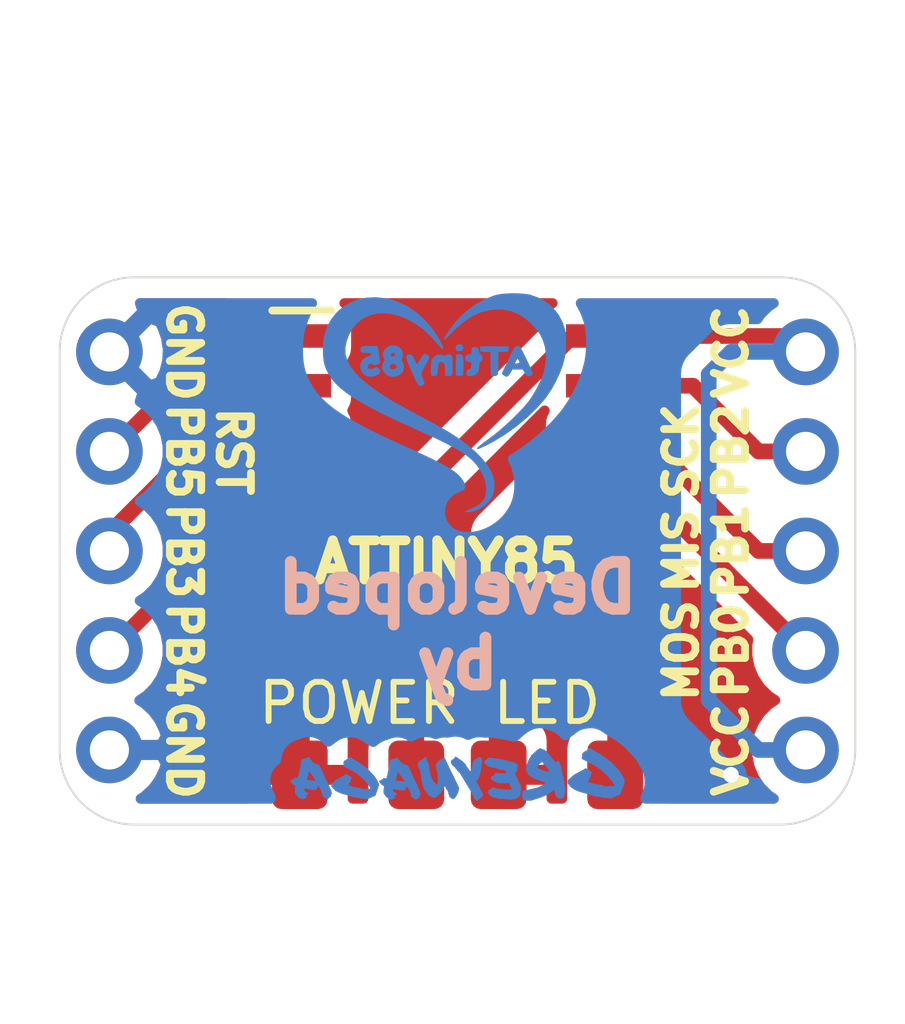
<source format=kicad_pcb>
(kicad_pcb (version 20171130) (host pcbnew 5.1.5-52549c5~84~ubuntu18.04.1)

  (general
    (thickness 1.6)
    (drawings 26)
    (tracks 37)
    (zones 0)
    (modules 9)
    (nets 11)
  )

  (page A4)
  (layers
    (0 F.Cu signal)
    (31 B.Cu signal)
    (32 B.Adhes user)
    (33 F.Adhes user)
    (34 B.Paste user)
    (35 F.Paste user)
    (36 B.SilkS user hide)
    (37 F.SilkS user)
    (38 B.Mask user)
    (39 F.Mask user)
    (40 Dwgs.User user)
    (41 Cmts.User user)
    (42 Eco1.User user)
    (43 Eco2.User user)
    (44 Edge.Cuts user)
    (45 Margin user)
    (46 B.CrtYd user)
    (47 F.CrtYd user)
    (48 B.Fab user)
    (49 F.Fab user)
  )

  (setup
    (last_trace_width 0.4)
    (user_trace_width 0.1524)
    (user_trace_width 0.2032)
    (user_trace_width 0.4)
    (user_trace_width 0.5)
    (user_trace_width 0.6096)
    (user_trace_width 0.8)
    (user_trace_width 1)
    (user_trace_width 2)
    (trace_clearance 0.2)
    (zone_clearance 0.508)
    (zone_45_only no)
    (trace_min 0.2)
    (via_size 0.8)
    (via_drill 0.4)
    (via_min_size 0.4)
    (via_min_drill 0.3)
    (uvia_size 0.3)
    (uvia_drill 0.1)
    (uvias_allowed no)
    (uvia_min_size 0.2)
    (uvia_min_drill 0.1)
    (edge_width 0.05)
    (segment_width 0.2)
    (pcb_text_width 0.3)
    (pcb_text_size 1.5 1.5)
    (mod_edge_width 0.12)
    (mod_text_size 1 1)
    (mod_text_width 0.15)
    (pad_size 1.524 1.524)
    (pad_drill 0.762)
    (pad_to_mask_clearance 0.051)
    (solder_mask_min_width 0.25)
    (pad_to_paste_clearance -0.0762)
    (aux_axis_origin 0 0)
    (visible_elements FFFFFF7F)
    (pcbplotparams
      (layerselection 0x010fc_ffffffff)
      (usegerberextensions false)
      (usegerberattributes false)
      (usegerberadvancedattributes false)
      (creategerberjobfile false)
      (excludeedgelayer true)
      (linewidth 0.100000)
      (plotframeref false)
      (viasonmask false)
      (mode 1)
      (useauxorigin false)
      (hpglpennumber 1)
      (hpglpenspeed 20)
      (hpglpendiameter 15.000000)
      (psnegative false)
      (psa4output false)
      (plotreference true)
      (plotvalue true)
      (plotinvisibletext false)
      (padsonsilk false)
      (subtractmaskfromsilk false)
      (outputformat 1)
      (mirror false)
      (drillshape 1)
      (scaleselection 1)
      (outputdirectory ""))
  )

  (net 0 "")
  (net 1 /RESET-PB5)
  (net 2 /PB3)
  (net 3 /PB4)
  (net 4 GND)
  (net 5 /MOSI-PB0)
  (net 6 /MISO-PB1)
  (net 7 /SCK-PB2)
  (net 8 "Net-(D1-Pad1)")
  (net 9 +5V)
  (net 10 "Net-(D2-Pad1)")

  (net_class Default "This is the default net class."
    (clearance 0.2)
    (trace_width 0.25)
    (via_dia 0.8)
    (via_drill 0.4)
    (uvia_dia 0.3)
    (uvia_drill 0.1)
    (add_net +5V)
    (add_net /MISO-PB1)
    (add_net /MOSI-PB0)
    (add_net /PB3)
    (add_net /PB4)
    (add_net /RESET-PB5)
    (add_net /SCK-PB2)
    (add_net GND)
    (add_net "Net-(D1-Pad1)")
    (add_net "Net-(D2-Pad1)")
  )

  (module Attiny85_Breakout:R_1206_3216Metric_Pad1.42x1.75mm_HandSolder (layer F.Cu) (tedit 5DFEFEFF) (tstamp 5DFF8821)
    (at 142.875 91.44 180)
    (descr "Resistor SMD 1206 (3216 Metric), square (rectangular) end terminal, IPC_7351 nominal with elongated pad for handsoldering. (Body size source: http://www.tortai-tech.com/upload/download/2011102023233369053.pdf), generated with kicad-footprint-generator")
    (tags "resistor handsolder")
    (path /5E0F37E5)
    (attr smd)
    (fp_text reference R2 (at 0 1.905) (layer F.SilkS) hide
      (effects (font (size 1 1) (thickness 0.15)))
    )
    (fp_text value 1K (at 0 1.82) (layer F.Fab)
      (effects (font (size 1 1) (thickness 0.15)))
    )
    (fp_line (start -1.6 0.8) (end -1.6 -0.8) (layer F.Fab) (width 0.1))
    (fp_line (start -1.6 -0.8) (end 1.6 -0.8) (layer F.Fab) (width 0.1))
    (fp_line (start 1.6 -0.8) (end 1.6 0.8) (layer F.Fab) (width 0.1))
    (fp_line (start 1.6 0.8) (end -1.6 0.8) (layer F.Fab) (width 0.1))
    (fp_text user %R (at 0 0) (layer F.Fab)
      (effects (font (size 0.8 0.8) (thickness 0.12)))
    )
    (pad 1 smd roundrect (at -1.4875 0 180) (size 1.425 1.75) (layers F.Cu F.Paste F.Mask) (roundrect_rratio 0.175439)
      (net 10 "Net-(D2-Pad1)"))
    (pad 2 smd roundrect (at 1.4875 0 180) (size 1.425 1.75) (layers F.Cu F.Paste F.Mask) (roundrect_rratio 0.175439)
      (net 4 GND))
    (model ${KISYS3DMOD}/Resistor_SMD.3dshapes/R_1206_3216Metric.wrl
      (at (xyz 0 0 0))
      (scale (xyz 1 1 1))
      (rotate (xyz 0 0 0))
    )
  )

  (module Attiny85_Breakout:Heart (layer F.Cu) (tedit 0) (tstamp 5DFF8CF9)
    (at 138.43 81.915)
    (fp_text reference Ref** (at 0 0) (layer F.SilkS) hide
      (effects (font (size 1.27 1.27) (thickness 0.15)))
    )
    (fp_text value Val** (at 0 0) (layer F.SilkS) hide
      (effects (font (size 1.27 1.27) (thickness 0.15)))
    )
    (fp_poly (pts (xy 2.005624 -1.456023) (xy 2.033221 -1.439107) (xy 2.042212 -1.419337) (xy 2.049395 -1.351923)
      (xy 2.022415 -1.308326) (xy 1.963126 -1.291302) (xy 1.955826 -1.291167) (xy 1.89905 -1.29963)
      (xy 1.870912 -1.321377) (xy 1.864421 -1.365943) (xy 1.866284 -1.400752) (xy 1.879712 -1.435267)
      (xy 1.915292 -1.451788) (xy 1.950827 -1.456379) (xy 2.005624 -1.456023)) (layer B.Mask) (width 0.01))
    (fp_poly (pts (xy 3.20675 -1.344083) (xy 3.204991 -1.309396) (xy 3.193209 -1.289845) (xy 3.161641 -1.28028)
      (xy 3.100526 -1.275552) (xy 3.074458 -1.274282) (xy 2.942167 -1.26798) (xy 2.942167 -0.995555)
      (xy 2.941205 -0.88992) (xy 2.938579 -0.797852) (xy 2.934678 -0.728598) (xy 2.929889 -0.691401)
      (xy 2.929319 -0.689648) (xy 2.901949 -0.668224) (xy 2.852414 -0.656457) (xy 2.80024 -0.656659)
      (xy 2.765778 -0.670278) (xy 2.760644 -0.695514) (xy 2.756345 -0.75495) (xy 2.753256 -0.840454)
      (xy 2.751753 -0.943894) (xy 2.751667 -0.976185) (xy 2.751667 -1.26798) (xy 2.619375 -1.274282)
      (xy 2.547283 -1.27856) (xy 2.507721 -1.2861) (xy 2.490928 -1.302053) (xy 2.487142 -1.331568)
      (xy 2.487083 -1.344083) (xy 2.487083 -1.407583) (xy 3.20675 -1.407583) (xy 3.20675 -1.344083)) (layer B.Mask) (width 0.01))
    (fp_poly (pts (xy 2.430991 -1.356996) (xy 2.450991 -1.288118) (xy 2.45119 -1.2859) (xy 2.465104 -1.227051)
      (xy 2.496366 -1.200759) (xy 2.498815 -1.200067) (xy 2.529077 -1.173497) (xy 2.542421 -1.1254)
      (xy 2.538723 -1.072847) (xy 2.517863 -1.032909) (xy 2.500078 -1.022764) (xy 2.476448 -1.008337)
      (xy 2.46188 -0.973897) (xy 2.452924 -0.909714) (xy 2.450871 -0.883969) (xy 2.442077 -0.805959)
      (xy 2.425989 -0.755526) (xy 2.39706 -0.717952) (xy 2.38378 -0.70589) (xy 2.329652 -0.674596)
      (xy 2.264898 -0.657556) (xy 2.20327 -0.6559) (xy 2.158517 -0.670757) (xy 2.146078 -0.686377)
      (xy 2.138161 -0.749474) (xy 2.16039 -0.800709) (xy 2.201333 -0.825476) (xy 2.236174 -0.840345)
      (xy 2.253581 -0.87232) (xy 2.260759 -0.926885) (xy 2.262988 -0.98287) (xy 2.253521 -1.008524)
      (xy 2.224575 -1.015672) (xy 2.202096 -1.016) (xy 2.146355 -1.027242) (xy 2.114035 -1.066239)
      (xy 2.103107 -1.129824) (xy 2.127612 -1.179319) (xy 2.181405 -1.204935) (xy 2.202078 -1.2065)
      (xy 2.242393 -1.209939) (xy 2.260266 -1.228354) (xy 2.264746 -1.273893) (xy 2.264833 -1.290764)
      (xy 2.268649 -1.346871) (xy 2.285505 -1.375132) (xy 2.321026 -1.38913) (xy 2.387506 -1.390797)
      (xy 2.430991 -1.356996)) (layer B.Mask) (width 0.01))
    (fp_poly (pts (xy 2.016106 -1.189417) (xy 2.037333 -1.153658) (xy 2.048649 -1.090399) (xy 2.052851 -0.993567)
      (xy 2.053167 -0.941056) (xy 2.051966 -0.846213) (xy 2.04873 -0.765108) (xy 2.044008 -0.708473)
      (xy 2.040319 -0.689648) (xy 2.012497 -0.666775) (xy 1.963598 -0.656527) (xy 1.912111 -0.659532)
      (xy 1.876528 -0.676418) (xy 1.871855 -0.683919) (xy 1.868106 -0.715257) (xy 1.866028 -0.779202)
      (xy 1.865787 -0.866057) (xy 1.867228 -0.953794) (xy 1.87325 -1.195917) (xy 1.932738 -1.202738)
      (xy 1.982173 -1.203752) (xy 2.016106 -1.189417)) (layer B.Mask) (width 0.01))
    (fp_poly (pts (xy 1.726247 -1.196729) (xy 1.7526 -1.1811) (xy 1.763101 -1.150031) (xy 1.770942 -1.087752)
      (xy 1.775966 -1.005311) (xy 1.77802 -0.913758) (xy 1.77695 -0.824141) (xy 1.772602 -0.747509)
      (xy 1.764821 -0.69491) (xy 1.759581 -0.681055) (xy 1.725371 -0.662239) (xy 1.669947 -0.659888)
      (xy 1.598083 -0.66675) (xy 1.591724 -0.814034) (xy 1.583877 -0.910673) (xy 1.568147 -0.971996)
      (xy 1.541149 -1.00478) (xy 1.499502 -1.015803) (xy 1.490907 -1.016) (xy 1.452969 -1.010236)
      (xy 1.427651 -0.987976) (xy 1.411475 -0.941774) (xy 1.400962 -0.864181) (xy 1.397 -0.814917)
      (xy 1.390728 -0.737525) (xy 1.382656 -0.692768) (xy 1.36813 -0.671045) (xy 1.342499 -0.662753)
      (xy 1.322156 -0.660455) (xy 1.271965 -0.660491) (xy 1.242781 -0.669275) (xy 1.232069 -0.70189)
      (xy 1.227032 -0.764134) (xy 1.227161 -0.843755) (xy 1.23195 -0.928504) (xy 1.240893 -1.006129)
      (xy 1.253483 -1.064378) (xy 1.259775 -1.080193) (xy 1.314902 -1.148627) (xy 1.389358 -1.190911)
      (xy 1.471037 -1.202856) (xy 1.547831 -1.18027) (xy 1.548219 -1.180042) (xy 1.58418 -1.164248)
      (xy 1.600912 -1.175827) (xy 1.602613 -1.180042) (xy 1.629223 -1.200053) (xy 1.676748 -1.20566)
      (xy 1.726247 -1.196729)) (layer B.Mask) (width 0.01))
    (fp_poly (pts (xy 3.499665 -1.400461) (xy 3.508087 -1.391708) (xy 3.523799 -1.364509) (xy 3.55414 -1.305969)
      (xy 3.595632 -1.223015) (xy 3.644799 -1.122574) (xy 3.683779 -1.041689) (xy 3.740762 -0.921427)
      (xy 3.780681 -0.833306) (xy 3.805529 -0.771667) (xy 3.817299 -0.730852) (xy 3.817984 -0.7052)
      (xy 3.809577 -0.689051) (xy 3.808392 -0.687821) (xy 3.763611 -0.661271) (xy 3.72638 -0.651549)
      (xy 3.689349 -0.655612) (xy 3.657336 -0.683361) (xy 3.624335 -0.735542) (xy 3.573995 -0.8255)
      (xy 3.305172 -0.8255) (xy 3.255678 -0.735777) (xy 3.211034 -0.669403) (xy 3.168547 -0.64214)
      (xy 3.121873 -0.651627) (xy 3.089339 -0.673882) (xy 3.039127 -0.714542) (xy 3.161438 -0.973667)
      (xy 3.364413 -0.973667) (xy 3.428456 -0.973667) (xy 3.476338 -0.981858) (xy 3.4925 -1.001371)
      (xy 3.480784 -1.039569) (xy 3.463378 -1.068902) (xy 3.442607 -1.092306) (xy 3.426126 -1.087199)
      (xy 3.403399 -1.049025) (xy 3.399334 -1.041198) (xy 3.364413 -0.973667) (xy 3.161438 -0.973667)
      (xy 3.182709 -1.018729) (xy 3.234103 -1.126541) (xy 3.281439 -1.223875) (xy 3.320819 -1.30286)
      (xy 3.348346 -1.355629) (xy 3.356967 -1.370542) (xy 3.399408 -1.406788) (xy 3.452889 -1.417589)
      (xy 3.499665 -1.400461)) (layer B.Mask) (width 0.01))
    (fp_poly (pts (xy 0.392996 -1.40144) (xy 0.466208 -1.340576) (xy 0.474965 -1.328911) (xy 0.501302 -1.261702)
      (xy 0.506291 -1.179698) (xy 0.48895 -1.105217) (xy 0.485146 -1.097515) (xy 0.47444 -1.055549)
      (xy 0.497969 -1.01539) (xy 0.498236 -1.015094) (xy 0.523919 -0.961014) (xy 0.532391 -0.886564)
      (xy 0.523226 -0.810239) (xy 0.504061 -0.762119) (xy 0.457116 -0.71388) (xy 0.386006 -0.670818)
      (xy 0.308694 -0.642236) (xy 0.260135 -0.635829) (xy 0.19831 -0.645154) (xy 0.132708 -0.666382)
      (xy 0.066808 -0.712956) (xy 0.012916 -0.782582) (xy -0.017752 -0.859017) (xy -0.020347 -0.882912)
      (xy 0.169597 -0.882912) (xy 0.189068 -0.844108) (xy 0.216958 -0.827319) (xy 0.278689 -0.822603)
      (xy 0.333095 -0.848634) (xy 0.34905 -0.86751) (xy 0.351196 -0.905136) (xy 0.326529 -0.944641)
      (xy 0.286851 -0.970555) (xy 0.268072 -0.973667) (xy 0.213262 -0.95961) (xy 0.179049 -0.925386)
      (xy 0.169597 -0.882912) (xy -0.020347 -0.882912) (xy -0.021009 -0.889) (xy -0.00996 -0.943713)
      (xy 0.016806 -1.003877) (xy 0.018544 -1.006778) (xy 0.043158 -1.054413) (xy 0.04345 -1.086721)
      (xy 0.029048 -1.111365) (xy 0.001558 -1.181731) (xy 0.003673 -1.202558) (xy 0.194899 -1.202558)
      (xy 0.202653 -1.166436) (xy 0.23789 -1.146638) (xy 0.259197 -1.146807) (xy 0.301942 -1.170529)
      (xy 0.313327 -1.198514) (xy 0.304615 -1.241211) (xy 0.271078 -1.257687) (xy 0.224735 -1.242568)
      (xy 0.220868 -1.239857) (xy 0.194899 -1.202558) (xy 0.003673 -1.202558) (xy 0.009484 -1.259766)
      (xy 0.049747 -1.335527) (xy 0.117844 -1.398136) (xy 0.205898 -1.432723) (xy 0.301921 -1.43299)
      (xy 0.392996 -1.40144)) (layer B.Mask) (width 0.01))
    (fp_poly (pts (xy -0.129877 -1.35382) (xy -0.116621 -1.300058) (xy -0.103508 -1.221209) (xy -0.093466 -1.135211)
      (xy -0.079488 -0.980948) (xy -0.143657 -0.954368) (xy -0.204699 -0.938853) (xy -0.250688 -0.950728)
      (xy -0.315245 -0.972202) (xy -0.361756 -0.956474) (xy -0.381724 -0.92998) (xy -0.393747 -0.879196)
      (xy -0.373008 -0.844548) (xy -0.32706 -0.829261) (xy -0.263459 -0.836559) (xy -0.211514 -0.857329)
      (xy -0.16662 -0.876673) (xy -0.137071 -0.871115) (xy -0.106083 -0.842058) (xy -0.072651 -0.791252)
      (xy -0.077709 -0.746011) (xy -0.122465 -0.698774) (xy -0.129874 -0.693124) (xy -0.211635 -0.654932)
      (xy -0.309649 -0.641766) (xy -0.405003 -0.655083) (xy -0.440307 -0.669227) (xy -0.515498 -0.727949)
      (xy -0.560019 -0.805341) (xy -0.575187 -0.892344) (xy -0.562323 -0.979899) (xy -0.522743 -1.058949)
      (xy -0.457766 -1.120435) (xy -0.369593 -1.155135) (xy -0.315814 -1.173053) (xy -0.296665 -1.202752)
      (xy -0.296333 -1.208856) (xy -0.30172 -1.231376) (xy -0.324263 -1.243489) (xy -0.373538 -1.248244)
      (xy -0.421907 -1.248833) (xy -0.494186 -1.250912) (xy -0.535018 -1.259334) (xy -0.55518 -1.277382)
      (xy -0.560917 -1.291167) (xy -0.565942 -1.347462) (xy -0.560917 -1.375833) (xy -0.550795 -1.395769)
      (xy -0.53015 -1.408266) (xy -0.490504 -1.415025) (xy -0.423377 -1.417749) (xy -0.349894 -1.418167)
      (xy -0.152308 -1.418167) (xy -0.129877 -1.35382)) (layer B.Mask) (width 0.01))
    (fp_poly (pts (xy 1.099334 -1.209503) (xy 1.122472 -1.199563) (xy 1.163495 -1.168909) (xy 1.180793 -1.140362)
      (xy 1.173147 -1.108959) (xy 1.14739 -1.05114) (xy 1.107995 -0.976292) (xy 1.07719 -0.922948)
      (xy 1.026538 -0.837336) (xy 0.995612 -0.775933) (xy 0.98323 -0.726136) (xy 0.988206 -0.675347)
      (xy 1.009357 -0.610963) (xy 1.040533 -0.532748) (xy 1.057096 -0.48356) (xy 1.05277 -0.455177)
      (xy 1.027824 -0.432206) (xy 0.983837 -0.406195) (xy 0.947189 -0.403011) (xy 0.912789 -0.426671)
      (xy 0.875548 -0.48119) (xy 0.830375 -0.57058) (xy 0.817654 -0.597958) (xy 0.741888 -0.763658)
      (xy 0.683395 -0.8952) (xy 0.641284 -0.996663) (xy 0.614666 -1.07213) (xy 0.602653 -1.125682)
      (xy 0.604354 -1.161399) (xy 0.618881 -1.183363) (xy 0.645343 -1.195655) (xy 0.682853 -1.202356)
      (xy 0.685875 -1.202722) (xy 0.718392 -1.202597) (xy 0.743217 -1.18748) (xy 0.768046 -1.149154)
      (xy 0.799863 -1.081014) (xy 0.830672 -1.015896) (xy 0.85642 -0.969661) (xy 0.871278 -0.9525)
      (xy 0.888598 -0.96942) (xy 0.919093 -1.013474) (xy 0.951081 -1.066437) (xy 0.998916 -1.146094)
      (xy 1.035034 -1.192967) (xy 1.066239 -1.212343) (xy 1.099334 -1.209503)) (layer B.Mask) (width 0.01))
    (fp_poly (pts (xy 3.450544 -2.761277) (xy 3.596409 -2.752085) (xy 3.71995 -2.735329) (xy 3.767667 -2.724564)
      (xy 3.98622 -2.645414) (xy 4.179923 -2.533792) (xy 4.346218 -2.392238) (xy 4.482546 -2.223292)
      (xy 4.586347 -2.029496) (xy 4.645626 -1.852928) (xy 4.665009 -1.740526) (xy 4.675139 -1.600737)
      (xy 4.676038 -1.447481) (xy 4.667726 -1.294677) (xy 4.650222 -1.156244) (xy 4.644559 -1.126233)
      (xy 4.592273 -0.932534) (xy 4.513458 -0.723305) (xy 4.413845 -0.51043) (xy 4.299165 -0.305793)
      (xy 4.175147 -0.121278) (xy 4.134643 -0.068697) (xy 3.923106 0.171376) (xy 3.678099 0.406747)
      (xy 3.40842 0.63038) (xy 3.122866 0.835236) (xy 2.830237 1.014277) (xy 2.683227 1.092316)
      (xy 2.56375 1.15019) (xy 2.476565 1.187647) (xy 2.422581 1.204475) (xy 2.402708 1.200461)
      (xy 2.417855 1.175391) (xy 2.446948 1.147671) (xy 2.487391 1.114801) (xy 2.554201 1.063335)
      (xy 2.639346 0.999346) (xy 2.734792 0.928911) (xy 2.775031 0.899583) (xy 2.901592 0.801775)
      (xy 3.042362 0.682967) (xy 3.189969 0.550252) (xy 3.33704 0.410723) (xy 3.476201 0.27147)
      (xy 3.60008 0.139587) (xy 3.701304 0.022166) (xy 3.743226 -0.03175) (xy 3.83118 -0.162474)
      (xy 3.919397 -0.314137) (xy 4.000597 -0.472711) (xy 4.067501 -0.62417) (xy 4.105674 -0.73025)
      (xy 4.143256 -0.891726) (xy 4.162625 -1.066367) (xy 4.162936 -1.237975) (xy 4.143347 -1.390347)
      (xy 4.140643 -1.402292) (xy 4.089885 -1.567656) (xy 4.01721 -1.715569) (xy 3.916268 -1.85689)
      (xy 3.801889 -1.981556) (xy 3.631325 -2.131203) (xy 3.45662 -2.241006) (xy 3.27208 -2.313424)
      (xy 3.072014 -2.350919) (xy 2.931583 -2.357726) (xy 2.704895 -2.33866) (xy 2.485218 -2.280269)
      (xy 2.271188 -2.181874) (xy 2.061438 -2.042792) (xy 1.854604 -1.862341) (xy 1.772985 -1.779066)
      (xy 1.703249 -1.706046) (xy 1.643856 -1.645849) (xy 1.600785 -1.604394) (xy 1.580016 -1.587601)
      (xy 1.579493 -1.5875) (xy 1.567773 -1.594935) (xy 1.573084 -1.62014) (xy 1.597582 -1.667465)
      (xy 1.643425 -1.74126) (xy 1.693018 -1.816455) (xy 1.874699 -2.054342) (xy 2.081453 -2.264378)
      (xy 2.308993 -2.443343) (xy 2.553034 -2.588019) (xy 2.809289 -2.695186) (xy 2.899833 -2.722894)
      (xy 3.006999 -2.743713) (xy 3.143039 -2.757067) (xy 3.295154 -2.762929) (xy 3.450544 -2.761277)) (layer B.Mask) (width 0.01))
    (fp_poly (pts (xy 0.067273 -2.635219) (xy 0.312658 -2.571245) (xy 0.392824 -2.542328) (xy 0.620909 -2.432962)
      (xy 0.839613 -2.28631) (xy 1.043836 -2.107201) (xy 1.22848 -1.900465) (xy 1.388445 -1.670931)
      (xy 1.473019 -1.519237) (xy 1.512617 -1.440301) (xy 1.534893 -1.391739) (xy 1.541878 -1.366276)
      (xy 1.535602 -1.356633) (xy 1.518708 -1.355516) (xy 1.492762 -1.371521) (xy 1.451187 -1.412443)
      (xy 1.407583 -1.463772) (xy 1.229717 -1.666662) (xy 1.039936 -1.841381) (xy 0.841525 -1.987089)
      (xy 0.637769 -2.102942) (xy 0.431953 -2.188098) (xy 0.227362 -2.241714) (xy 0.02728 -2.262947)
      (xy -0.165006 -2.250956) (xy -0.346212 -2.204897) (xy -0.513053 -2.123928) (xy -0.662244 -2.007206)
      (xy -0.672359 -1.997258) (xy -0.778535 -1.867965) (xy -0.863935 -1.717291) (xy -0.925062 -1.555303)
      (xy -0.958418 -1.392065) (xy -0.960503 -1.237644) (xy -0.953404 -1.188606) (xy -0.907004 -1.038962)
      (xy -0.824391 -0.886936) (xy -0.704709 -0.731693) (xy -0.547102 -0.572397) (xy -0.350715 -0.408212)
      (xy -0.11469 -0.238304) (xy 0.161827 -0.061837) (xy 0.262614 -0.001724) (xy 0.333066 0.038574)
      (xy 0.433622 0.094601) (xy 0.556935 0.162339) (xy 0.695662 0.237773) (xy 0.842458 0.316889)
      (xy 0.971698 0.38595) (xy 1.119437 0.465029) (xy 1.265414 0.544033) (xy 1.402308 0.618934)
      (xy 1.522795 0.685704) (xy 1.619553 0.740317) (xy 1.679034 0.774987) (xy 1.931644 0.937335)
      (xy 2.159086 1.105404) (xy 2.358557 1.276425) (xy 2.52725 1.44763) (xy 2.662362 1.616251)
      (xy 2.761085 1.77952) (xy 2.806518 1.887595) (xy 2.839885 2.03803) (xy 2.843243 2.193157)
      (xy 2.817121 2.339329) (xy 2.785781 2.420646) (xy 2.704258 2.545721) (xy 2.59458 2.65376)
      (xy 2.465952 2.738712) (xy 2.327585 2.794527) (xy 2.188686 2.815154) (xy 2.185339 2.815167)
      (xy 2.130117 2.813601) (xy 2.099571 2.809624) (xy 2.097264 2.80701) (xy 2.119604 2.795696)
      (xy 2.171383 2.772696) (xy 2.242838 2.742307) (xy 2.269243 2.731319) (xy 2.412978 2.657814)
      (xy 2.523368 2.57117) (xy 2.597036 2.474405) (xy 2.620948 2.417064) (xy 2.644321 2.268647)
      (xy 2.631753 2.107562) (xy 2.584869 1.940655) (xy 2.505294 1.774774) (xy 2.447226 1.685115)
      (xy 2.382483 1.600853) (xy 2.310607 1.521252) (xy 2.228328 1.444312) (xy 2.132374 1.368034)
      (xy 2.019475 1.290418) (xy 1.886359 1.209464) (xy 1.729756 1.123173) (xy 1.546395 1.029544)
      (xy 1.333005 0.926578) (xy 1.086315 0.812275) (xy 0.831631 0.697393) (xy 0.473909 0.535249)
      (xy 0.154139 0.385026) (xy -0.129861 0.24517) (xy -0.38027 0.114124) (xy -0.599267 -0.009668)
      (xy -0.789032 -0.127761) (xy -0.951746 -0.24171) (xy -1.089588 -0.353072) (xy -1.204738 -0.463403)
      (xy -1.299376 -0.574257) (xy -1.375681 -0.68719) (xy -1.435834 -0.803759) (xy -1.482014 -0.925519)
      (xy -1.492985 -0.961612) (xy -1.512975 -1.063576) (xy -1.524741 -1.193371) (xy -1.528279 -1.337302)
      (xy -1.523589 -1.481672) (xy -1.510666 -1.612785) (xy -1.493119 -1.703917) (xy -1.415385 -1.924447)
      (xy -1.306344 -2.119003) (xy -1.169166 -2.286174) (xy -1.007022 -2.424551) (xy -0.823079 -2.532726)
      (xy -0.620509 -2.60929) (xy -0.40248 -2.652832) (xy -0.172163 -2.661945) (xy 0.067273 -2.635219)) (layer B.Mask) (width 0.01))
    (fp_poly (pts (xy 2.005624 -1.456023) (xy 2.033221 -1.439107) (xy 2.042212 -1.419337) (xy 2.049395 -1.351923)
      (xy 2.022415 -1.308326) (xy 1.963126 -1.291302) (xy 1.955826 -1.291167) (xy 1.89905 -1.29963)
      (xy 1.870912 -1.321377) (xy 1.864421 -1.365943) (xy 1.866284 -1.400752) (xy 1.879712 -1.435267)
      (xy 1.915292 -1.451788) (xy 1.950827 -1.456379) (xy 2.005624 -1.456023)) (layer B.Cu) (width 0.01))
    (fp_poly (pts (xy 3.20675 -1.344083) (xy 3.204991 -1.309396) (xy 3.193209 -1.289845) (xy 3.161641 -1.28028)
      (xy 3.100526 -1.275552) (xy 3.074458 -1.274282) (xy 2.942167 -1.26798) (xy 2.942167 -0.995555)
      (xy 2.941205 -0.88992) (xy 2.938579 -0.797852) (xy 2.934678 -0.728598) (xy 2.929889 -0.691401)
      (xy 2.929319 -0.689648) (xy 2.901949 -0.668224) (xy 2.852414 -0.656457) (xy 2.80024 -0.656659)
      (xy 2.765778 -0.670278) (xy 2.760644 -0.695514) (xy 2.756345 -0.75495) (xy 2.753256 -0.840454)
      (xy 2.751753 -0.943894) (xy 2.751667 -0.976185) (xy 2.751667 -1.26798) (xy 2.619375 -1.274282)
      (xy 2.547283 -1.27856) (xy 2.507721 -1.2861) (xy 2.490928 -1.302053) (xy 2.487142 -1.331568)
      (xy 2.487083 -1.344083) (xy 2.487083 -1.407583) (xy 3.20675 -1.407583) (xy 3.20675 -1.344083)) (layer B.Cu) (width 0.01))
    (fp_poly (pts (xy 2.430991 -1.356996) (xy 2.450991 -1.288118) (xy 2.45119 -1.2859) (xy 2.465104 -1.227051)
      (xy 2.496366 -1.200759) (xy 2.498815 -1.200067) (xy 2.529077 -1.173497) (xy 2.542421 -1.1254)
      (xy 2.538723 -1.072847) (xy 2.517863 -1.032909) (xy 2.500078 -1.022764) (xy 2.476448 -1.008337)
      (xy 2.46188 -0.973897) (xy 2.452924 -0.909714) (xy 2.450871 -0.883969) (xy 2.442077 -0.805959)
      (xy 2.425989 -0.755526) (xy 2.39706 -0.717952) (xy 2.38378 -0.70589) (xy 2.329652 -0.674596)
      (xy 2.264898 -0.657556) (xy 2.20327 -0.6559) (xy 2.158517 -0.670757) (xy 2.146078 -0.686377)
      (xy 2.138161 -0.749474) (xy 2.16039 -0.800709) (xy 2.201333 -0.825476) (xy 2.236174 -0.840345)
      (xy 2.253581 -0.87232) (xy 2.260759 -0.926885) (xy 2.262988 -0.98287) (xy 2.253521 -1.008524)
      (xy 2.224575 -1.015672) (xy 2.202096 -1.016) (xy 2.146355 -1.027242) (xy 2.114035 -1.066239)
      (xy 2.103107 -1.129824) (xy 2.127612 -1.179319) (xy 2.181405 -1.204935) (xy 2.202078 -1.2065)
      (xy 2.242393 -1.209939) (xy 2.260266 -1.228354) (xy 2.264746 -1.273893) (xy 2.264833 -1.290764)
      (xy 2.268649 -1.346871) (xy 2.285505 -1.375132) (xy 2.321026 -1.38913) (xy 2.387506 -1.390797)
      (xy 2.430991 -1.356996)) (layer B.Cu) (width 0.01))
    (fp_poly (pts (xy 2.016106 -1.189417) (xy 2.037333 -1.153658) (xy 2.048649 -1.090399) (xy 2.052851 -0.993567)
      (xy 2.053167 -0.941056) (xy 2.051966 -0.846213) (xy 2.04873 -0.765108) (xy 2.044008 -0.708473)
      (xy 2.040319 -0.689648) (xy 2.012497 -0.666775) (xy 1.963598 -0.656527) (xy 1.912111 -0.659532)
      (xy 1.876528 -0.676418) (xy 1.871855 -0.683919) (xy 1.868106 -0.715257) (xy 1.866028 -0.779202)
      (xy 1.865787 -0.866057) (xy 1.867228 -0.953794) (xy 1.87325 -1.195917) (xy 1.932738 -1.202738)
      (xy 1.982173 -1.203752) (xy 2.016106 -1.189417)) (layer B.Cu) (width 0.01))
    (fp_poly (pts (xy 1.726247 -1.196729) (xy 1.7526 -1.1811) (xy 1.763101 -1.150031) (xy 1.770942 -1.087752)
      (xy 1.775966 -1.005311) (xy 1.77802 -0.913758) (xy 1.77695 -0.824141) (xy 1.772602 -0.747509)
      (xy 1.764821 -0.69491) (xy 1.759581 -0.681055) (xy 1.725371 -0.662239) (xy 1.669947 -0.659888)
      (xy 1.598083 -0.66675) (xy 1.591724 -0.814034) (xy 1.583877 -0.910673) (xy 1.568147 -0.971996)
      (xy 1.541149 -1.00478) (xy 1.499502 -1.015803) (xy 1.490907 -1.016) (xy 1.452969 -1.010236)
      (xy 1.427651 -0.987976) (xy 1.411475 -0.941774) (xy 1.400962 -0.864181) (xy 1.397 -0.814917)
      (xy 1.390728 -0.737525) (xy 1.382656 -0.692768) (xy 1.36813 -0.671045) (xy 1.342499 -0.662753)
      (xy 1.322156 -0.660455) (xy 1.271965 -0.660491) (xy 1.242781 -0.669275) (xy 1.232069 -0.70189)
      (xy 1.227032 -0.764134) (xy 1.227161 -0.843755) (xy 1.23195 -0.928504) (xy 1.240893 -1.006129)
      (xy 1.253483 -1.064378) (xy 1.259775 -1.080193) (xy 1.314902 -1.148627) (xy 1.389358 -1.190911)
      (xy 1.471037 -1.202856) (xy 1.547831 -1.18027) (xy 1.548219 -1.180042) (xy 1.58418 -1.164248)
      (xy 1.600912 -1.175827) (xy 1.602613 -1.180042) (xy 1.629223 -1.200053) (xy 1.676748 -1.20566)
      (xy 1.726247 -1.196729)) (layer B.Cu) (width 0.01))
    (fp_poly (pts (xy 3.499665 -1.400461) (xy 3.508087 -1.391708) (xy 3.523799 -1.364509) (xy 3.55414 -1.305969)
      (xy 3.595632 -1.223015) (xy 3.644799 -1.122574) (xy 3.683779 -1.041689) (xy 3.740762 -0.921427)
      (xy 3.780681 -0.833306) (xy 3.805529 -0.771667) (xy 3.817299 -0.730852) (xy 3.817984 -0.7052)
      (xy 3.809577 -0.689051) (xy 3.808392 -0.687821) (xy 3.763611 -0.661271) (xy 3.72638 -0.651549)
      (xy 3.689349 -0.655612) (xy 3.657336 -0.683361) (xy 3.624335 -0.735542) (xy 3.573995 -0.8255)
      (xy 3.305172 -0.8255) (xy 3.255678 -0.735777) (xy 3.211034 -0.669403) (xy 3.168547 -0.64214)
      (xy 3.121873 -0.651627) (xy 3.089339 -0.673882) (xy 3.039127 -0.714542) (xy 3.161438 -0.973667)
      (xy 3.364413 -0.973667) (xy 3.428456 -0.973667) (xy 3.476338 -0.981858) (xy 3.4925 -1.001371)
      (xy 3.480784 -1.039569) (xy 3.463378 -1.068902) (xy 3.442607 -1.092306) (xy 3.426126 -1.087199)
      (xy 3.403399 -1.049025) (xy 3.399334 -1.041198) (xy 3.364413 -0.973667) (xy 3.161438 -0.973667)
      (xy 3.182709 -1.018729) (xy 3.234103 -1.126541) (xy 3.281439 -1.223875) (xy 3.320819 -1.30286)
      (xy 3.348346 -1.355629) (xy 3.356967 -1.370542) (xy 3.399408 -1.406788) (xy 3.452889 -1.417589)
      (xy 3.499665 -1.400461)) (layer B.Cu) (width 0.01))
    (fp_poly (pts (xy 0.392996 -1.40144) (xy 0.466208 -1.340576) (xy 0.474965 -1.328911) (xy 0.501302 -1.261702)
      (xy 0.506291 -1.179698) (xy 0.48895 -1.105217) (xy 0.485146 -1.097515) (xy 0.47444 -1.055549)
      (xy 0.497969 -1.01539) (xy 0.498236 -1.015094) (xy 0.523919 -0.961014) (xy 0.532391 -0.886564)
      (xy 0.523226 -0.810239) (xy 0.504061 -0.762119) (xy 0.457116 -0.71388) (xy 0.386006 -0.670818)
      (xy 0.308694 -0.642236) (xy 0.260135 -0.635829) (xy 0.19831 -0.645154) (xy 0.132708 -0.666382)
      (xy 0.066808 -0.712956) (xy 0.012916 -0.782582) (xy -0.017752 -0.859017) (xy -0.020347 -0.882912)
      (xy 0.169597 -0.882912) (xy 0.189068 -0.844108) (xy 0.216958 -0.827319) (xy 0.278689 -0.822603)
      (xy 0.333095 -0.848634) (xy 0.34905 -0.86751) (xy 0.351196 -0.905136) (xy 0.326529 -0.944641)
      (xy 0.286851 -0.970555) (xy 0.268072 -0.973667) (xy 0.213262 -0.95961) (xy 0.179049 -0.925386)
      (xy 0.169597 -0.882912) (xy -0.020347 -0.882912) (xy -0.021009 -0.889) (xy -0.00996 -0.943713)
      (xy 0.016806 -1.003877) (xy 0.018544 -1.006778) (xy 0.043158 -1.054413) (xy 0.04345 -1.086721)
      (xy 0.029048 -1.111365) (xy 0.001558 -1.181731) (xy 0.003673 -1.202558) (xy 0.194899 -1.202558)
      (xy 0.202653 -1.166436) (xy 0.23789 -1.146638) (xy 0.259197 -1.146807) (xy 0.301942 -1.170529)
      (xy 0.313327 -1.198514) (xy 0.304615 -1.241211) (xy 0.271078 -1.257687) (xy 0.224735 -1.242568)
      (xy 0.220868 -1.239857) (xy 0.194899 -1.202558) (xy 0.003673 -1.202558) (xy 0.009484 -1.259766)
      (xy 0.049747 -1.335527) (xy 0.117844 -1.398136) (xy 0.205898 -1.432723) (xy 0.301921 -1.43299)
      (xy 0.392996 -1.40144)) (layer B.Cu) (width 0.01))
    (fp_poly (pts (xy -0.129877 -1.35382) (xy -0.116621 -1.300058) (xy -0.103508 -1.221209) (xy -0.093466 -1.135211)
      (xy -0.079488 -0.980948) (xy -0.143657 -0.954368) (xy -0.204699 -0.938853) (xy -0.250688 -0.950728)
      (xy -0.315245 -0.972202) (xy -0.361756 -0.956474) (xy -0.381724 -0.92998) (xy -0.393747 -0.879196)
      (xy -0.373008 -0.844548) (xy -0.32706 -0.829261) (xy -0.263459 -0.836559) (xy -0.211514 -0.857329)
      (xy -0.16662 -0.876673) (xy -0.137071 -0.871115) (xy -0.106083 -0.842058) (xy -0.072651 -0.791252)
      (xy -0.077709 -0.746011) (xy -0.122465 -0.698774) (xy -0.129874 -0.693124) (xy -0.211635 -0.654932)
      (xy -0.309649 -0.641766) (xy -0.405003 -0.655083) (xy -0.440307 -0.669227) (xy -0.515498 -0.727949)
      (xy -0.560019 -0.805341) (xy -0.575187 -0.892344) (xy -0.562323 -0.979899) (xy -0.522743 -1.058949)
      (xy -0.457766 -1.120435) (xy -0.369593 -1.155135) (xy -0.315814 -1.173053) (xy -0.296665 -1.202752)
      (xy -0.296333 -1.208856) (xy -0.30172 -1.231376) (xy -0.324263 -1.243489) (xy -0.373538 -1.248244)
      (xy -0.421907 -1.248833) (xy -0.494186 -1.250912) (xy -0.535018 -1.259334) (xy -0.55518 -1.277382)
      (xy -0.560917 -1.291167) (xy -0.565942 -1.347462) (xy -0.560917 -1.375833) (xy -0.550795 -1.395769)
      (xy -0.53015 -1.408266) (xy -0.490504 -1.415025) (xy -0.423377 -1.417749) (xy -0.349894 -1.418167)
      (xy -0.152308 -1.418167) (xy -0.129877 -1.35382)) (layer B.Cu) (width 0.01))
    (fp_poly (pts (xy 1.099334 -1.209503) (xy 1.122472 -1.199563) (xy 1.163495 -1.168909) (xy 1.180793 -1.140362)
      (xy 1.173147 -1.108959) (xy 1.14739 -1.05114) (xy 1.107995 -0.976292) (xy 1.07719 -0.922948)
      (xy 1.026538 -0.837336) (xy 0.995612 -0.775933) (xy 0.98323 -0.726136) (xy 0.988206 -0.675347)
      (xy 1.009357 -0.610963) (xy 1.040533 -0.532748) (xy 1.057096 -0.48356) (xy 1.05277 -0.455177)
      (xy 1.027824 -0.432206) (xy 0.983837 -0.406195) (xy 0.947189 -0.403011) (xy 0.912789 -0.426671)
      (xy 0.875548 -0.48119) (xy 0.830375 -0.57058) (xy 0.817654 -0.597958) (xy 0.741888 -0.763658)
      (xy 0.683395 -0.8952) (xy 0.641284 -0.996663) (xy 0.614666 -1.07213) (xy 0.602653 -1.125682)
      (xy 0.604354 -1.161399) (xy 0.618881 -1.183363) (xy 0.645343 -1.195655) (xy 0.682853 -1.202356)
      (xy 0.685875 -1.202722) (xy 0.718392 -1.202597) (xy 0.743217 -1.18748) (xy 0.768046 -1.149154)
      (xy 0.799863 -1.081014) (xy 0.830672 -1.015896) (xy 0.85642 -0.969661) (xy 0.871278 -0.9525)
      (xy 0.888598 -0.96942) (xy 0.919093 -1.013474) (xy 0.951081 -1.066437) (xy 0.998916 -1.146094)
      (xy 1.035034 -1.192967) (xy 1.066239 -1.212343) (xy 1.099334 -1.209503)) (layer B.Cu) (width 0.01))
    (fp_poly (pts (xy 3.450544 -2.761277) (xy 3.596409 -2.752085) (xy 3.71995 -2.735329) (xy 3.767667 -2.724564)
      (xy 3.98622 -2.645414) (xy 4.179923 -2.533792) (xy 4.346218 -2.392238) (xy 4.482546 -2.223292)
      (xy 4.586347 -2.029496) (xy 4.645626 -1.852928) (xy 4.665009 -1.740526) (xy 4.675139 -1.600737)
      (xy 4.676038 -1.447481) (xy 4.667726 -1.294677) (xy 4.650222 -1.156244) (xy 4.644559 -1.126233)
      (xy 4.592273 -0.932534) (xy 4.513458 -0.723305) (xy 4.413845 -0.51043) (xy 4.299165 -0.305793)
      (xy 4.175147 -0.121278) (xy 4.134643 -0.068697) (xy 3.923106 0.171376) (xy 3.678099 0.406747)
      (xy 3.40842 0.63038) (xy 3.122866 0.835236) (xy 2.830237 1.014277) (xy 2.683227 1.092316)
      (xy 2.56375 1.15019) (xy 2.476565 1.187647) (xy 2.422581 1.204475) (xy 2.402708 1.200461)
      (xy 2.417855 1.175391) (xy 2.446948 1.147671) (xy 2.487391 1.114801) (xy 2.554201 1.063335)
      (xy 2.639346 0.999346) (xy 2.734792 0.928911) (xy 2.775031 0.899583) (xy 2.901592 0.801775)
      (xy 3.042362 0.682967) (xy 3.189969 0.550252) (xy 3.33704 0.410723) (xy 3.476201 0.27147)
      (xy 3.60008 0.139587) (xy 3.701304 0.022166) (xy 3.743226 -0.03175) (xy 3.83118 -0.162474)
      (xy 3.919397 -0.314137) (xy 4.000597 -0.472711) (xy 4.067501 -0.62417) (xy 4.105674 -0.73025)
      (xy 4.143256 -0.891726) (xy 4.162625 -1.066367) (xy 4.162936 -1.237975) (xy 4.143347 -1.390347)
      (xy 4.140643 -1.402292) (xy 4.089885 -1.567656) (xy 4.01721 -1.715569) (xy 3.916268 -1.85689)
      (xy 3.801889 -1.981556) (xy 3.631325 -2.131203) (xy 3.45662 -2.241006) (xy 3.27208 -2.313424)
      (xy 3.072014 -2.350919) (xy 2.931583 -2.357726) (xy 2.704895 -2.33866) (xy 2.485218 -2.280269)
      (xy 2.271188 -2.181874) (xy 2.061438 -2.042792) (xy 1.854604 -1.862341) (xy 1.772985 -1.779066)
      (xy 1.703249 -1.706046) (xy 1.643856 -1.645849) (xy 1.600785 -1.604394) (xy 1.580016 -1.587601)
      (xy 1.579493 -1.5875) (xy 1.567773 -1.594935) (xy 1.573084 -1.62014) (xy 1.597582 -1.667465)
      (xy 1.643425 -1.74126) (xy 1.693018 -1.816455) (xy 1.874699 -2.054342) (xy 2.081453 -2.264378)
      (xy 2.308993 -2.443343) (xy 2.553034 -2.588019) (xy 2.809289 -2.695186) (xy 2.899833 -2.722894)
      (xy 3.006999 -2.743713) (xy 3.143039 -2.757067) (xy 3.295154 -2.762929) (xy 3.450544 -2.761277)) (layer B.Cu) (width 0.01))
    (fp_poly (pts (xy 0.067273 -2.635219) (xy 0.312658 -2.571245) (xy 0.392824 -2.542328) (xy 0.620909 -2.432962)
      (xy 0.839613 -2.28631) (xy 1.043836 -2.107201) (xy 1.22848 -1.900465) (xy 1.388445 -1.670931)
      (xy 1.473019 -1.519237) (xy 1.512617 -1.440301) (xy 1.534893 -1.391739) (xy 1.541878 -1.366276)
      (xy 1.535602 -1.356633) (xy 1.518708 -1.355516) (xy 1.492762 -1.371521) (xy 1.451187 -1.412443)
      (xy 1.407583 -1.463772) (xy 1.229717 -1.666662) (xy 1.039936 -1.841381) (xy 0.841525 -1.987089)
      (xy 0.637769 -2.102942) (xy 0.431953 -2.188098) (xy 0.227362 -2.241714) (xy 0.02728 -2.262947)
      (xy -0.165006 -2.250956) (xy -0.346212 -2.204897) (xy -0.513053 -2.123928) (xy -0.662244 -2.007206)
      (xy -0.672359 -1.997258) (xy -0.778535 -1.867965) (xy -0.863935 -1.717291) (xy -0.925062 -1.555303)
      (xy -0.958418 -1.392065) (xy -0.960503 -1.237644) (xy -0.953404 -1.188606) (xy -0.907004 -1.038962)
      (xy -0.824391 -0.886936) (xy -0.704709 -0.731693) (xy -0.547102 -0.572397) (xy -0.350715 -0.408212)
      (xy -0.11469 -0.238304) (xy 0.161827 -0.061837) (xy 0.262614 -0.001724) (xy 0.333066 0.038574)
      (xy 0.433622 0.094601) (xy 0.556935 0.162339) (xy 0.695662 0.237773) (xy 0.842458 0.316889)
      (xy 0.971698 0.38595) (xy 1.119437 0.465029) (xy 1.265414 0.544033) (xy 1.402308 0.618934)
      (xy 1.522795 0.685704) (xy 1.619553 0.740317) (xy 1.679034 0.774987) (xy 1.931644 0.937335)
      (xy 2.159086 1.105404) (xy 2.358557 1.276425) (xy 2.52725 1.44763) (xy 2.662362 1.616251)
      (xy 2.761085 1.77952) (xy 2.806518 1.887595) (xy 2.839885 2.03803) (xy 2.843243 2.193157)
      (xy 2.817121 2.339329) (xy 2.785781 2.420646) (xy 2.704258 2.545721) (xy 2.59458 2.65376)
      (xy 2.465952 2.738712) (xy 2.327585 2.794527) (xy 2.188686 2.815154) (xy 2.185339 2.815167)
      (xy 2.130117 2.813601) (xy 2.099571 2.809624) (xy 2.097264 2.80701) (xy 2.119604 2.795696)
      (xy 2.171383 2.772696) (xy 2.242838 2.742307) (xy 2.269243 2.731319) (xy 2.412978 2.657814)
      (xy 2.523368 2.57117) (xy 2.597036 2.474405) (xy 2.620948 2.417064) (xy 2.644321 2.268647)
      (xy 2.631753 2.107562) (xy 2.584869 1.940655) (xy 2.505294 1.774774) (xy 2.447226 1.685115)
      (xy 2.382483 1.600853) (xy 2.310607 1.521252) (xy 2.228328 1.444312) (xy 2.132374 1.368034)
      (xy 2.019475 1.290418) (xy 1.886359 1.209464) (xy 1.729756 1.123173) (xy 1.546395 1.029544)
      (xy 1.333005 0.926578) (xy 1.086315 0.812275) (xy 0.831631 0.697393) (xy 0.473909 0.535249)
      (xy 0.154139 0.385026) (xy -0.129861 0.24517) (xy -0.38027 0.114124) (xy -0.599267 -0.009668)
      (xy -0.789032 -0.127761) (xy -0.951746 -0.24171) (xy -1.089588 -0.353072) (xy -1.204738 -0.463403)
      (xy -1.299376 -0.574257) (xy -1.375681 -0.68719) (xy -1.435834 -0.803759) (xy -1.482014 -0.925519)
      (xy -1.492985 -0.961612) (xy -1.512975 -1.063576) (xy -1.524741 -1.193371) (xy -1.528279 -1.337302)
      (xy -1.523589 -1.481672) (xy -1.510666 -1.612785) (xy -1.493119 -1.703917) (xy -1.415385 -1.924447)
      (xy -1.306344 -2.119003) (xy -1.169166 -2.286174) (xy -1.007022 -2.424551) (xy -0.823079 -2.532726)
      (xy -0.620509 -2.60929) (xy -0.40248 -2.652832) (xy -0.172163 -2.661945) (xy 0.067273 -2.635219)) (layer B.Cu) (width 0.01))
  )

  (module Attiny85_Breakout:firma_Cu_Mask (layer B.Cu) (tedit 5CBE0047) (tstamp 5DFF8C91)
    (at 140.335 91.44 180)
    (descr "Imported from Firma.svg")
    (tags svg2mod)
    (attr smd)
    (fp_text reference U2 (at 0 3.730995) (layer B.SilkS) hide
      (effects (font (size 1.524 1.524) (thickness 0.3048)) (justify mirror))
    )
    (fp_text value Firma (at 0 -3.730995) (layer B.SilkS) hide
      (effects (font (size 1.524 1.524) (thickness 0.3048)) (justify mirror))
    )
    (fp_poly (pts (xy -4.273799 -0.192371) (xy -4.268599 -0.157921) (xy -4.266899 -0.118301) (xy -4.14632 0.091851)
      (xy -3.982678 0.264106) (xy -3.958568 0.288226) (xy -3.939618 0.314066) (xy -3.917228 0.334736)
      (xy -3.886218 0.348516) (xy -3.782866 0.439816) (xy -3.65712 0.519056) (xy -3.526206 0.596566)
      (xy -3.405628 0.682696) (xy -3.376348 0.674096) (xy -3.352228 0.675796) (xy -3.312608 0.629286)
      (xy -3.260928 0.603446) (xy -3.210978 0.572436) (xy -3.174808 0.524206) (xy -3.186868 0.515606)
      (xy -3.181668 0.496656) (xy -3.178268 0.477706) (xy -3.193768 0.469106) (xy -3.181708 0.457046)
      (xy -3.169648 0.444986) (xy -3.174848 0.427766) (xy -3.174848 0.408816) (xy -3.267868 0.355416)
      (xy -3.374666 0.303736) (xy -3.488354 0.243446) (xy -3.602042 0.171096) (xy -3.717453 0.079796)
      (xy -3.827696 -0.027003) (xy -3.927606 -0.142414) (xy -4.006846 -0.257825) (xy -3.998246 -0.273325)
      (xy -3.987916 -0.288825) (xy -3.865615 -0.288825) (xy -3.751927 -0.295725) (xy -3.743327 -0.281945)
      (xy -3.732987 -0.269885) (xy -3.514223 -0.231985) (xy -3.307517 -0.176865) (xy -3.362637 -0.157915)
      (xy -3.362637 -0.140685) (xy -3.343687 -0.123465) (xy -3.390197 -0.082125) (xy -3.410867 -0.014945)
      (xy -3.398807 0.009166) (xy -3.410867 0.031556) (xy -3.421207 0.031556) (xy -3.424607 0.024656)
      (xy -3.428007 0.017756) (xy -3.436607 0.017756) (xy -3.428007 0.048766) (xy -3.417667 0.078046)
      (xy -3.274696 0.172786) (xy -3.219576 0.136616) (xy -3.150676 0.098716) (xy -3.076606 0.059096)
      (xy -3.005986 0.021196) (xy -2.952586 -0.013255) (xy -2.909526 -0.054595) (xy -2.868186 -0.095935)
      (xy -2.818236 -0.130384) (xy -2.814836 -0.175175) (xy -2.811436 -0.216515) (xy -2.890676 -0.316425)
      (xy -2.995751 -0.385325) (xy -3.118052 -0.435275) (xy -3.252411 -0.473175) (xy -3.391937 -0.511075)
      (xy -3.528018 -0.555865) (xy -3.577968 -0.557565) (xy -3.617588 -0.562765) (xy -3.655488 -0.569665)
      (xy -3.696828 -0.574865) (xy -3.708888 -0.578265) (xy -3.715788 -0.586865) (xy -3.777798 -0.592065)
      (xy -3.824308 -0.592065) (xy -3.874258 -0.598965) (xy -3.922488 -0.604165) (xy -4.165367 -0.493922)
      (xy -4.261827 -0.209701) (xy -4.265227 -0.199371) (xy -4.273827 -0.192471) (xy -4.273799 -0.192371)) (layer B.Mask) (width 0))
    (fp_poly (pts (xy -2.738664 -0.460743) (xy -2.315093 0.148895) (xy -2.344373 0.069655) (xy -2.192789 0.109275)
      (xy -2.042927 0.171285) (xy -2.087717 0.272915) (xy -2.163507 0.326315) (xy -2.163513 0.326315)
      (xy -2.213463 0.266025) (xy -2.268583 0.210905) (xy -2.315093 0.148895) (xy -2.738664 -0.460743)
      (xy -2.754164 -0.448683) (xy -2.769664 -0.419403) (xy -2.750714 -0.419403) (xy -2.757614 -0.350503)
      (xy -2.742114 -0.288493) (xy -2.728334 -0.229923) (xy -2.733534 -0.169633) (xy -2.721474 -0.166233)
      (xy -2.714574 -0.142113) (xy -2.712874 -0.111103) (xy -2.714574 -0.083543) (xy -2.680124 0.026701)
      (xy -2.656004 0.138666) (xy -2.633614 0.247187) (xy -2.599164 0.347097) (xy -2.549214 0.340197)
      (xy -2.513044 0.317807) (xy -2.418304 0.417717) (xy -2.335624 0.531405) (xy -2.239164 0.631315)
      (xy -2.106527 0.682995) (xy -2.013507 0.619265) (xy -1.929097 0.536585) (xy -1.903257 0.517635)
      (xy -1.875697 0.500405) (xy -1.875697 0.474565) (xy -1.836077 0.421165) (xy -1.806797 0.357435)
      (xy -1.780957 0.290255) (xy -1.753397 0.226525) (xy -1.756797 0.207575) (xy -1.753397 0.192075)
      (xy -1.748197 0.174855) (xy -1.746497 0.152465) (xy -1.806787 0.004326) (xy -1.934256 -0.086975)
      (xy -2.09273 -0.147265) (xy -2.246037 -0.200665) (xy -2.239137 -0.207565) (xy -2.233937 -0.217895)
      (xy -2.154697 -0.267845) (xy -2.101297 -0.300575) (xy -2.046177 -0.321245) (xy -1.961767 -0.341915)
      (xy -1.879087 -0.362585) (xy -1.823967 -0.374645) (xy -1.772287 -0.381545) (xy -1.698217 -0.390145)
      (xy -1.667207 -0.434935) (xy -1.649977 -0.486615) (xy -1.648277 -0.536565) (xy -1.662057 -0.572735)
      (xy -1.653457 -0.579635) (xy -1.636237 -0.579635) (xy -1.656907 -0.600305) (xy -1.674137 -0.624425)
      (xy -1.694807 -0.646815) (xy -1.722367 -0.658875) (xy -1.880842 -0.660575) (xy -2.127166 -0.581335)
      (xy -2.247744 -0.531385) (xy -2.328704 -0.488325) (xy -2.392434 -0.441815) (xy -2.459614 -0.381525)
      (xy -2.466514 -0.388425) (xy -2.471714 -0.395325) (xy -2.499274 -0.507289) (xy -2.550954 -0.59514)
      (xy -2.588854 -0.60034) (xy -2.611244 -0.61929) (xy -2.637084 -0.61759) (xy -2.652584 -0.60899)
      (xy -2.668084 -0.59865) (xy -2.695644 -0.59525) (xy -2.705984 -0.56597) (xy -2.733544 -0.55219)
      (xy -2.730144 -0.52635) (xy -2.735344 -0.505679) (xy -2.742244 -0.48501) (xy -2.738844 -0.46089)
      (xy -2.738664 -0.460743)) (layer B.Mask) (width 0))
    (fp_poly (pts (xy -0.685386 0.360913) (xy -0.685386 0.341963) (xy -0.687086 0.331633) (xy -0.687086 0.319573)
      (xy -0.683686 0.302343) (xy -0.768096 0.221383) (xy -0.869726 0.190373) (xy -0.983414 0.171423)
      (xy -1.097102 0.126633) (xy -1.138442 0.126633) (xy -1.190122 0.121433) (xy -1.215962 0.105933)
      (xy -1.246972 0.097333) (xy -1.241772 0.064602) (xy -1.236572 0.038763) (xy -1.103935 0.040463)
      (xy -0.959241 0.049063) (xy -0.960941 0.037003) (xy -0.962641 0.028403) (xy -0.938521 0.006013)
      (xy -0.914401 -0.018108) (xy -0.890281 -0.038778) (xy -0.859271 -0.043978) (xy -0.850671 -0.074988)
      (xy -0.854071 -0.107718) (xy -0.909191 -0.147338) (xy -0.967761 -0.181788) (xy -1.031491 -0.207628)
      (xy -1.105561 -0.214528) (xy -1.119341 -0.214528) (xy -1.129681 -0.209328) (xy -1.169301 -0.214528)
      (xy -1.207201 -0.219728) (xy -1.253711 -0.212828) (xy -1.300221 -0.205928) (xy -1.350171 -0.283438)
      (xy -1.389791 -0.371288) (xy -1.293331 -0.378188) (xy -1.219261 -0.372988) (xy -1.148641 -0.364388)
      (xy -1.057341 -0.360988) (xy -0.976381 -0.336868) (xy -0.888531 -0.316198) (xy -0.864411 -0.335148)
      (xy -0.845461 -0.359268) (xy -0.824791 -0.378218) (xy -0.798951 -0.385118) (xy -0.790351 -0.402348)
      (xy -0.785151 -0.419568) (xy -0.779951 -0.435068) (xy -0.764451 -0.438468) (xy -0.824741 -0.526318)
      (xy -0.900531 -0.571108) (xy -0.996991 -0.595218) (xy -1.112402 -0.615888) (xy -1.138242 -0.614188)
      (xy -1.162362 -0.610788) (xy -1.257102 -0.626288) (xy -1.369068 -0.631488) (xy -1.477588 -0.615988)
      (xy -1.561988 -0.571198) (xy -1.580938 -0.543638) (xy -1.603328 -0.517798) (xy -1.610228 -0.467848)
      (xy -1.620558 -0.411008) (xy -1.629158 -0.350718) (xy -1.625758 -0.297318) (xy -1.605088 -0.250808)
      (xy -1.593028 -0.206018) (xy -1.582688 -0.197418) (xy -1.568908 -0.190518) (xy -1.546518 -0.131948)
      (xy -1.522398 -0.078548) (xy -1.496558 -0.026868) (xy -1.470718 0.033423) (xy -1.506888 0.081653)
      (xy -1.522388 0.135053) (xy -1.530988 0.190173) (xy -1.543048 0.248743) (xy -1.501708 0.290083)
      (xy -1.446588 0.317643) (xy -1.382848 0.334873) (xy -1.310498 0.350373) (xy -1.188197 0.384823)
      (xy -1.081399 0.403773) (xy -0.971156 0.419273) (xy -0.841965 0.439943) (xy -0.812685 0.424443)
      (xy -0.797185 0.433043) (xy -0.788585 0.443373) (xy -0.745525 0.393423) (xy -0.685235 0.360693)
      (xy -0.685386 0.360913)) (layer B.Mask) (width 0))
    (fp_poly (pts (xy -0.175512 -0.157575) (xy -0.196182 -0.183415) (xy -0.213412 -0.212695) (xy -0.232362 -0.248865)
      (xy -0.258202 -0.279875) (xy -0.275432 -0.321215) (xy -0.302992 -0.353945) (xy -0.383952 -0.503807)
      (xy -0.394292 -0.534817) (xy -0.409792 -0.562377) (xy -0.416692 -0.574437) (xy -0.421892 -0.583037)
      (xy -0.425292 -0.600267) (xy -0.444242 -0.624387) (xy -0.463192 -0.643337) (xy -0.475252 -0.657117)
      (xy -0.501092 -0.667447) (xy -0.654398 -0.533089) (xy -0.652698 -0.515859) (xy -0.647498 -0.498639)
      (xy -0.640598 -0.477969) (xy -0.625098 -0.429739) (xy -0.595818 -0.386679) (xy -0.580318 -0.348779)
      (xy -0.538978 -0.267819) (xy -0.501078 -0.202359) (xy -0.478688 -0.164459) (xy -0.520028 -0.114509)
      (xy -0.559648 -0.031829) (xy -0.583768 0.038792) (xy -0.588968 0.076692) (xy -0.595868 0.109422)
      (xy -0.604468 0.147322) (xy -0.607868 0.186942) (xy -0.618198 0.211062) (xy -0.614798 0.228292)
      (xy -0.613098 0.259302) (xy -0.621698 0.300642) (xy -0.630298 0.338542) (xy -0.631998 0.379882)
      (xy -0.621658 0.417782) (xy -0.588928 0.450512) (xy -0.559648 0.452212) (xy -0.530368 0.434982)
      (xy -0.501088 0.419482) (xy -0.464918 0.402252) (xy -0.428748 0.379862) (xy -0.416688 0.355742)
      (xy -0.394298 0.336792) (xy -0.394298 0.317842) (xy -0.392598 0.298892) (xy -0.385698 0.271332)
      (xy -0.378798 0.250661) (xy -0.373598 0.204152) (xy -0.363268 0.164532) (xy -0.352938 0.124912)
      (xy -0.351238 0.080122) (xy -0.334008 0.092182) (xy -0.327108 0.097382) (xy -0.320208 0.102582)
      (xy -0.218578 0.240386) (xy -0.221978 0.257616) (xy -0.185808 0.292066) (xy -0.159968 0.317906)
      (xy -0.137578 0.343746) (xy -0.118628 0.357526) (xy 0.038124 0.464324) (xy 0.062244 0.467724)
      (xy 0.069144 0.445334) (xy 0.096704 0.410884) (xy 0.143214 0.381604) (xy 0.158714 0.371264)
      (xy 0.167314 0.345424) (xy 0.165614 0.329924) (xy 0.172514 0.312694) (xy 0.138064 0.252404)
      (xy 0.100164 0.217954) (xy 0.070884 0.192114) (xy 0.051934 0.164554) (xy 0.039874 0.150774)
      (xy -0.006636 0.095654) (xy -0.011836 0.074984) (xy -0.032506 0.074984) (xy -0.041106 0.068084)
      (xy -0.058336 0.038804) (xy -0.075556 0.016414) (xy -0.084156 0.007813) (xy -0.089356 -0.005967)
      (xy -0.094556 -0.019747) (xy -0.122116 -0.054197) (xy -0.134176 -0.078317) (xy -0.147956 -0.105877)
      (xy -0.166906 -0.131717) (xy -0.175512 -0.157575)) (layer B.Mask) (width 0))
    (fp_poly (pts (xy 0.33264 -0.295379) (xy 0.31025 -0.314329) (xy 0.29647 -0.343609) (xy 0.28441 -0.372889)
      (xy 0.26718 -0.384949) (xy 0.25685 -0.409069) (xy 0.24307 -0.431459) (xy 0.23274 -0.455579)
      (xy 0.23614 -0.484859) (xy 0.21892 -0.514139) (xy 0.21032 -0.550309) (xy 0.19654 -0.579589)
      (xy 0.15864 -0.589929) (xy 0.15694 -0.598529) (xy 0.16214 -0.610589) (xy 0.13286 -0.612289)
      (xy 0.11047 -0.620889) (xy 0.05535 -0.584719) (xy 0.01745 -0.527879) (xy -0.01183 -0.462419)
      (xy -0.03595 -0.405579) (xy -0.03425 -0.369409) (xy -0.04631 -0.338399) (xy -0.02497 -0.293239)
      (xy -0.00314 -0.247319) (xy 0.01917 -0.200649) (xy 0.04197 -0.153229) (xy 0.06525 -0.105049)
      (xy 0.08902 -0.056119) (xy 0.11327 -0.006429) (xy 0.13801 0.044012) (xy 0.16283 0.094752)
      (xy 0.18732 0.145322) (xy 0.21149 0.195732) (xy 0.23534 0.245982) (xy 0.25886 0.296072)
      (xy 0.28206 0.346002) (xy 0.30494 0.395772) (xy 0.32749 0.445372) (xy 0.405 0.409202)
      (xy 0.47562 0.364412) (xy 0.53074 0.304122) (xy 0.56002 0.230052) (xy 0.55142 0.221452)
      (xy 0.54452 0.219752) (xy 0.55142 0.207692) (xy 0.55142 0.200792) (xy 0.55142 0.190452)
      (xy 0.55662 0.174952) (xy 0.54629 0.173252) (xy 0.53595 0.173252) (xy 0.53935 0.142242)
      (xy 0.53245 0.119852) (xy 0.52385 0.099182) (xy 0.52555 0.071622) (xy 0.51695 0.068222)
      (xy 0.51355 0.063021) (xy 0.50835 0.057822) (xy 0.50145 0.057822) (xy 0.50485 -0.017969)
      (xy 0.50145 -0.095479) (xy 0.50315 -0.176439) (xy 0.51521 -0.262569) (xy 0.61339 -0.169549)
      (xy 0.67368 -0.04208) (xy 0.70985 0.109505) (xy 0.73569 0.27487) (xy 0.75981 0.31277)
      (xy 0.77531 0.35928) (xy 0.78909 0.40923) (xy 0.80632 0.45574) (xy 0.84938 0.43851)
      (xy 0.88383 0.41095) (xy 0.91656 0.38339) (xy 0.95962 0.36789) (xy 0.99752 0.31105)
      (xy 1.01991 0.25248) (xy 1.00613 0.22147) (xy 0.99753 0.18702) (xy 0.98375 0.15429)
      (xy 0.95963 0.13017) (xy 0.94585 0.04749) (xy 0.93035 -0.024861) (xy 0.91829 -0.100651)
      (xy 0.91489 -0.185051) (xy 0.88561 -0.269451) (xy 0.86149 -0.350411) (xy 0.81843 -0.403811)
      (xy 0.7857 -0.465821) (xy 0.7771 -0.469221) (xy 0.76504 -0.464021) (xy 0.76504 -0.474361)
      (xy 0.75984 -0.481261) (xy 0.75644 -0.488161) (xy 0.75984 -0.501941) (xy 0.71678 -0.531221)
      (xy 0.67544 -0.565671) (xy 0.62376 -0.586341) (xy 0.54625 -0.574281) (xy 0.420504 -0.455425)
      (xy 0.332654 -0.295228) (xy 0.33264 -0.295379)) (layer B.Mask) (width 0))
    (fp_poly (pts (xy 1.886378 -0.464189) (xy 1.388562 -0.166188) (xy 1.481582 -0.159288) (xy 1.576322 -0.143788)
      (xy 1.550482 -0.03699) (xy 1.521202 0.074977) (xy 1.510872 0.057747) (xy 1.443692 -0.023214)
      (xy 1.390292 -0.107624) (xy 1.369622 -0.138634) (xy 1.350672 -0.169644) (xy 1.369622 -0.167944)
      (xy 1.388572 -0.166244) (xy 1.388562 -0.166188) (xy 1.886378 -0.464189) (xy 1.855368 -0.524479)
      (xy 1.808858 -0.577879) (xy 1.750288 -0.615779) (xy 1.681388 -0.633009) (xy 1.650378 -0.620949)
      (xy 1.634878 -0.610619) (xy 1.624538 -0.605419) (xy 1.617638 -0.600219) (xy 1.596968 -0.591619)
      (xy 1.603868 -0.569229) (xy 1.602168 -0.548559) (xy 1.581498 -0.526169) (xy 1.571158 -0.515829)
      (xy 1.562558 -0.505498) (xy 1.533278 -0.472769) (xy 1.579788 -0.460709) (xy 1.636638 -0.429699)
      (xy 1.648698 -0.365959) (xy 1.590128 -0.364259) (xy 1.543618 -0.376319) (xy 1.479888 -0.391819)
      (xy 1.410988 -0.397019) (xy 1.385148 -0.397019) (xy 1.359308 -0.393619) (xy 1.342088 -0.390219)
      (xy 1.335188 -0.369549) (xy 1.328288 -0.362649) (xy 1.309338 -0.340259) (xy 1.305938 -0.302359)
      (xy 1.295608 -0.271349) (xy 1.280108 -0.314409) (xy 1.273208 -0.331639) (xy 1.255978 -0.335039)
      (xy 1.250778 -0.343639) (xy 1.249078 -0.352239) (xy 1.240478 -0.381519) (xy 1.233578 -0.388419)
      (xy 1.226678 -0.393619) (xy 1.218078 -0.424629) (xy 1.207738 -0.453909) (xy 1.192238 -0.498699)
      (xy 1.188838 -0.540039) (xy 1.181938 -0.558989) (xy 1.162988 -0.576219) (xy 1.142318 -0.586549)
      (xy 1.131978 -0.593449) (xy 1.123378 -0.596849) (xy 1.118178 -0.615799) (xy 1.097508 -0.619199)
      (xy 1.069948 -0.624399) (xy 1.052718 -0.626099) (xy 1.035488 -0.624399) (xy 1.006208 -0.600279)
      (xy 0.982088 -0.581329) (xy 0.964868 -0.550319) (xy 0.961468 -0.531369) (xy 0.958068 -0.514139)
      (xy 0.952868 -0.503809) (xy 0.930478 -0.483139) (xy 0.949428 -0.467639) (xy 0.951128 -0.438359)
      (xy 1.023478 -0.26955) (xy 1.104438 -0.104185) (xy 1.130278 -0.049065) (xy 1.157838 0.006056)
      (xy 1.156138 0.018116) (xy 1.159538 0.033616) (xy 1.190548 0.085296) (xy 1.214668 0.133526)
      (xy 1.242228 0.190366) (xy 1.280128 0.247206) (xy 1.307688 0.259265) (xy 1.319748 0.262666)
      (xy 1.335248 0.266066) (xy 1.361088 0.262666) (xy 1.445488 0.324676) (xy 1.519558 0.422866)
      (xy 1.536788 0.446976) (xy 1.559178 0.433196) (xy 1.583298 0.422866) (xy 1.616028 0.414266)
      (xy 1.674598 0.398766) (xy 1.719388 0.372926) (xy 1.731448 0.331586) (xy 1.736648 0.304026)
      (xy 1.745248 0.245456) (xy 1.752148 0.179996) (xy 1.765928 0.121426) (xy 1.777988 0.064586)
      (xy 1.795208 -0.016375) (xy 1.817598 -0.088725) (xy 1.834828 -0.090425) (xy 1.852048 -0.085225)
      (xy 1.874438 -0.081825) (xy 1.893388 -0.080125) (xy 1.900288 -0.097355) (xy 1.917518 -0.114585)
      (xy 1.950248 -0.124925) (xy 1.969198 -0.140425) (xy 1.982978 -0.150765) (xy 2.008818 -0.161095)
      (xy 1.995038 -0.186935) (xy 1.945088 -0.247225) (xy 1.874468 -0.293735) (xy 1.876168 -0.314405)
      (xy 1.881368 -0.333355) (xy 1.889968 -0.393645) (xy 1.889968 -0.457375) (xy 1.886378 -0.464189)) (layer B.Mask) (width 0))
    (fp_poly (pts (xy 3.223076 -0.298824) (xy 3.114555 -0.414235) (xy 2.966416 -0.481415) (xy 2.795884 -0.527925)
      (xy 2.625351 -0.581325) (xy 2.582291 -0.583025) (xy 2.547841 -0.588225) (xy 2.516831 -0.593425)
      (xy 2.482381 -0.596825) (xy 2.473781 -0.600225) (xy 2.468581 -0.607125) (xy 2.415181 -0.612325)
      (xy 2.377281 -0.612325) (xy 2.334221 -0.617525) (xy 2.296321 -0.622725) (xy 2.09306 -0.531425)
      (xy 2.0121 -0.293713) (xy 2.0087 -0.283383) (xy 2.0018 -0.278183) (xy 2.0052 -0.248903)
      (xy 2.0069 -0.217893) (xy 2.10853 -0.042193) (xy 2.244611 0.102502) (xy 2.265281 0.123172)
      (xy 2.280781 0.143842) (xy 2.299731 0.161072) (xy 2.325571 0.173132) (xy 2.411701 0.248922)
      (xy 2.516776 0.314382) (xy 2.625296 0.378112) (xy 2.725206 0.450462) (xy 2.752766 0.445262)
      (xy 2.771716 0.445262) (xy 2.804446 0.409092) (xy 2.847506 0.386702) (xy 2.888846 0.360862)
      (xy 2.918126 0.319522) (xy 2.907786 0.310922) (xy 2.912986 0.295422) (xy 2.914686 0.279922)
      (xy 2.902626 0.273022) (xy 2.912956 0.262682) (xy 2.923296 0.254082) (xy 2.918096 0.240302)
      (xy 2.918096 0.223072) (xy 2.840576 0.180012) (xy 2.752726 0.135222) (xy 2.657986 0.085272)
      (xy 2.563246 0.024982) (xy 2.468506 -0.052539) (xy 2.375486 -0.140389) (xy 2.291076 -0.236849)
      (xy 2.223896 -0.333309) (xy 2.230796 -0.347089) (xy 2.239396 -0.359149) (xy 2.341026 -0.359149)
      (xy 2.437486 -0.364349) (xy 2.444386 -0.354009) (xy 2.452986 -0.343669) (xy 2.635576 -0.312659)
      (xy 2.807831 -0.266149) (xy 2.781991 -0.257549) (xy 2.761321 -0.248949) (xy 2.761321 -0.235169)
      (xy 2.778551 -0.221389) (xy 2.738931 -0.186939) (xy 2.721701 -0.131819) (xy 2.732031 -0.111149)
      (xy 2.721701 -0.092199) (xy 2.713101 -0.092199) (xy 2.709701 -0.097399) (xy 2.708001 -0.104299)
      (xy 2.699401 -0.102599) (xy 2.706301 -0.076759) (xy 2.716641 -0.052649) (xy 2.835496 0.026592)
      (xy 2.882006 -0.004419) (xy 2.938846 -0.037149) (xy 3.000856 -0.069879) (xy 3.061146 -0.100889)
      (xy 3.104206 -0.128449) (xy 3.140376 -0.164619) (xy 3.174826 -0.199069) (xy 3.217886 -0.228349)
      (xy 3.219586 -0.264519) (xy 3.222986 -0.298969) (xy 3.223076 -0.298824)) (layer B.Mask) (width 0))
    (fp_poly (pts (xy 4.151377 -0.452496) (xy 3.657161 -0.147681) (xy 3.750181 -0.140781) (xy 3.844921 -0.12528)
      (xy 3.819081 -0.018483) (xy 3.789801 0.093484) (xy 3.779461 0.076254) (xy 3.712281 -0.004707)
      (xy 3.658881 -0.089117) (xy 3.638211 -0.120127) (xy 3.619261 -0.151137) (xy 3.638211 -0.149437)
      (xy 3.657161 -0.147737) (xy 3.657161 -0.147681) (xy 4.151377 -0.452496) (xy 4.120367 -0.512786)
      (xy 4.073857 -0.566186) (xy 4.015287 -0.604086) (xy 3.946387 -0.621316) (xy 3.915377 -0.609256)
      (xy 3.899877 -0.598926) (xy 3.889537 -0.593726) (xy 3.882637 -0.588526) (xy 3.861967 -0.579926)
      (xy 3.868867 -0.557536) (xy 3.867167 -0.536866) (xy 3.846497 -0.514476) (xy 3.836157 -0.504135)
      (xy 3.827557 -0.493806) (xy 3.798277 -0.461076) (xy 3.844787 -0.449016) (xy 3.901637 -0.418006)
      (xy 3.913697 -0.354266) (xy 3.855127 -0.352566) (xy 3.808617 -0.364626) (xy 3.744887 -0.380126)
      (xy 3.675987 -0.385326) (xy 3.650147 -0.385326) (xy 3.624307 -0.381926) (xy 3.607087 -0.378526)
      (xy 3.600187 -0.357856) (xy 3.593287 -0.350956) (xy 3.574337 -0.328566) (xy 3.570937 -0.290666)
      (xy 3.560607 -0.259655) (xy 3.545107 -0.302716) (xy 3.538207 -0.319946) (xy 3.520977 -0.323346)
      (xy 3.515777 -0.331946) (xy 3.514077 -0.340546) (xy 3.505477 -0.369826) (xy 3.498577 -0.376726)
      (xy 3.491677 -0.381926) (xy 3.483077 -0.412936) (xy 3.472737 -0.442216) (xy 3.457237 -0.487006)
      (xy 3.453837 -0.528346) (xy 3.446937 -0.547296) (xy 3.427987 -0.564526) (xy 3.407317 -0.574856)
      (xy 3.396977 -0.581756) (xy 3.388377 -0.585156) (xy 3.383177 -0.604106) (xy 3.362507 -0.607506)
      (xy 3.334947 -0.612706) (xy 3.317717 -0.614406) (xy 3.300487 -0.612706) (xy 3.271207 -0.588586)
      (xy 3.247087 -0.569636) (xy 3.229867 -0.538626) (xy 3.226467 -0.519675) (xy 3.223067 -0.502446)
      (xy 3.217867 -0.492116) (xy 3.195477 -0.471446) (xy 3.214427 -0.455946) (xy 3.216127 -0.426666)
      (xy 3.288477 -0.257857) (xy 3.369437 -0.092492) (xy 3.395277 -0.037372) (xy 3.422837 0.017749)
      (xy 3.421137 0.029809) (xy 3.424537 0.045309) (xy 3.455547 0.096989) (xy 3.479667 0.145219)
      (xy 3.507227 0.202059) (xy 3.545127 0.258898) (xy 3.572687 0.270959) (xy 3.584747 0.274359)
      (xy 3.600247 0.277759) (xy 3.626087 0.274359) (xy 3.710487 0.336369) (xy 3.784557 0.434559)
      (xy 3.801787 0.458669) (xy 3.824177 0.444889) (xy 3.848297 0.434559) (xy 3.881027 0.425959)
      (xy 3.939597 0.410459) (xy 3.984387 0.384619) (xy 3.996447 0.343279) (xy 4.001647 0.315719)
      (xy 4.010247 0.257149) (xy 4.017147 0.191689) (xy 4.030927 0.133119) (xy 4.042987 0.076279)
      (xy 4.060217 -0.004682) (xy 4.082607 -0.077032) (xy 4.099837 -0.078732) (xy 4.117057 -0.073532)
      (xy 4.139447 -0.070132) (xy 4.158397 -0.068432) (xy 4.165297 -0.085662) (xy 4.182527 -0.102892)
      (xy 4.215257 -0.113232) (xy 4.234207 -0.128732) (xy 4.247987 -0.139072) (xy 4.273827 -0.149402)
      (xy 4.260047 -0.175242) (xy 4.210097 -0.235532) (xy 4.139477 -0.282042) (xy 4.141177 -0.302712)
      (xy 4.146377 -0.321662) (xy 4.154977 -0.381952) (xy 4.154977 -0.445682) (xy 4.151377 -0.452496)) (layer B.Mask) (width 0))
    (fp_poly (pts (xy -4.273799 -0.192371) (xy -4.268599 -0.157921) (xy -4.266899 -0.118301) (xy -4.14632 0.091851)
      (xy -3.982678 0.264106) (xy -3.958568 0.288226) (xy -3.939618 0.314066) (xy -3.917228 0.334736)
      (xy -3.886218 0.348516) (xy -3.782866 0.439816) (xy -3.65712 0.519056) (xy -3.526206 0.596566)
      (xy -3.405628 0.682696) (xy -3.376348 0.674096) (xy -3.352228 0.675796) (xy -3.312608 0.629286)
      (xy -3.260928 0.603446) (xy -3.210978 0.572436) (xy -3.174808 0.524206) (xy -3.186868 0.515606)
      (xy -3.181668 0.496656) (xy -3.178268 0.477706) (xy -3.193768 0.469106) (xy -3.181708 0.457046)
      (xy -3.169648 0.444986) (xy -3.174848 0.427766) (xy -3.174848 0.408816) (xy -3.267868 0.355416)
      (xy -3.374666 0.303736) (xy -3.488354 0.243446) (xy -3.602042 0.171096) (xy -3.717453 0.079796)
      (xy -3.827696 -0.027003) (xy -3.927606 -0.142414) (xy -4.006846 -0.257825) (xy -3.998246 -0.273325)
      (xy -3.987916 -0.288825) (xy -3.865615 -0.288825) (xy -3.751927 -0.295725) (xy -3.743327 -0.281945)
      (xy -3.732987 -0.269885) (xy -3.514223 -0.231985) (xy -3.307517 -0.176865) (xy -3.362637 -0.157915)
      (xy -3.362637 -0.140685) (xy -3.343687 -0.123465) (xy -3.390197 -0.082125) (xy -3.410867 -0.014945)
      (xy -3.398807 0.009166) (xy -3.410867 0.031556) (xy -3.421207 0.031556) (xy -3.424607 0.024656)
      (xy -3.428007 0.017756) (xy -3.436607 0.017756) (xy -3.428007 0.048766) (xy -3.417667 0.078046)
      (xy -3.274696 0.172786) (xy -3.219576 0.136616) (xy -3.150676 0.098716) (xy -3.076606 0.059096)
      (xy -3.005986 0.021196) (xy -2.952586 -0.013255) (xy -2.909526 -0.054595) (xy -2.868186 -0.095935)
      (xy -2.818236 -0.130384) (xy -2.814836 -0.175175) (xy -2.811436 -0.216515) (xy -2.890676 -0.316425)
      (xy -2.995751 -0.385325) (xy -3.118052 -0.435275) (xy -3.252411 -0.473175) (xy -3.391937 -0.511075)
      (xy -3.528018 -0.555865) (xy -3.577968 -0.557565) (xy -3.617588 -0.562765) (xy -3.655488 -0.569665)
      (xy -3.696828 -0.574865) (xy -3.708888 -0.578265) (xy -3.715788 -0.586865) (xy -3.777798 -0.592065)
      (xy -3.824308 -0.592065) (xy -3.874258 -0.598965) (xy -3.922488 -0.604165) (xy -4.165367 -0.493922)
      (xy -4.261827 -0.209701) (xy -4.265227 -0.199371) (xy -4.273827 -0.192471) (xy -4.273799 -0.192371)) (layer B.Cu) (width 0))
    (fp_poly (pts (xy -2.738664 -0.460743) (xy -2.315093 0.148895) (xy -2.344373 0.069655) (xy -2.192789 0.109275)
      (xy -2.042927 0.171285) (xy -2.087717 0.272915) (xy -2.163507 0.326315) (xy -2.163513 0.326315)
      (xy -2.213463 0.266025) (xy -2.268583 0.210905) (xy -2.315093 0.148895) (xy -2.738664 -0.460743)
      (xy -2.754164 -0.448683) (xy -2.769664 -0.419403) (xy -2.750714 -0.419403) (xy -2.757614 -0.350503)
      (xy -2.742114 -0.288493) (xy -2.728334 -0.229923) (xy -2.733534 -0.169633) (xy -2.721474 -0.166233)
      (xy -2.714574 -0.142113) (xy -2.712874 -0.111103) (xy -2.714574 -0.083543) (xy -2.680124 0.026701)
      (xy -2.656004 0.138666) (xy -2.633614 0.247187) (xy -2.599164 0.347097) (xy -2.549214 0.340197)
      (xy -2.513044 0.317807) (xy -2.418304 0.417717) (xy -2.335624 0.531405) (xy -2.239164 0.631315)
      (xy -2.106527 0.682995) (xy -2.013507 0.619265) (xy -1.929097 0.536585) (xy -1.903257 0.517635)
      (xy -1.875697 0.500405) (xy -1.875697 0.474565) (xy -1.836077 0.421165) (xy -1.806797 0.357435)
      (xy -1.780957 0.290255) (xy -1.753397 0.226525) (xy -1.756797 0.207575) (xy -1.753397 0.192075)
      (xy -1.748197 0.174855) (xy -1.746497 0.152465) (xy -1.806787 0.004326) (xy -1.934256 -0.086975)
      (xy -2.09273 -0.147265) (xy -2.246037 -0.200665) (xy -2.239137 -0.207565) (xy -2.233937 -0.217895)
      (xy -2.154697 -0.267845) (xy -2.101297 -0.300575) (xy -2.046177 -0.321245) (xy -1.961767 -0.341915)
      (xy -1.879087 -0.362585) (xy -1.823967 -0.374645) (xy -1.772287 -0.381545) (xy -1.698217 -0.390145)
      (xy -1.667207 -0.434935) (xy -1.649977 -0.486615) (xy -1.648277 -0.536565) (xy -1.662057 -0.572735)
      (xy -1.653457 -0.579635) (xy -1.636237 -0.579635) (xy -1.656907 -0.600305) (xy -1.674137 -0.624425)
      (xy -1.694807 -0.646815) (xy -1.722367 -0.658875) (xy -1.880842 -0.660575) (xy -2.127166 -0.581335)
      (xy -2.247744 -0.531385) (xy -2.328704 -0.488325) (xy -2.392434 -0.441815) (xy -2.459614 -0.381525)
      (xy -2.466514 -0.388425) (xy -2.471714 -0.395325) (xy -2.499274 -0.507289) (xy -2.550954 -0.59514)
      (xy -2.588854 -0.60034) (xy -2.611244 -0.61929) (xy -2.637084 -0.61759) (xy -2.652584 -0.60899)
      (xy -2.668084 -0.59865) (xy -2.695644 -0.59525) (xy -2.705984 -0.56597) (xy -2.733544 -0.55219)
      (xy -2.730144 -0.52635) (xy -2.735344 -0.505679) (xy -2.742244 -0.48501) (xy -2.738844 -0.46089)
      (xy -2.738664 -0.460743)) (layer B.Cu) (width 0))
    (fp_poly (pts (xy -0.685386 0.360913) (xy -0.685386 0.341963) (xy -0.687086 0.331633) (xy -0.687086 0.319573)
      (xy -0.683686 0.302343) (xy -0.768096 0.221383) (xy -0.869726 0.190373) (xy -0.983414 0.171423)
      (xy -1.097102 0.126633) (xy -1.138442 0.126633) (xy -1.190122 0.121433) (xy -1.215962 0.105933)
      (xy -1.246972 0.097333) (xy -1.241772 0.064602) (xy -1.236572 0.038763) (xy -1.103935 0.040463)
      (xy -0.959241 0.049063) (xy -0.960941 0.037003) (xy -0.962641 0.028403) (xy -0.938521 0.006013)
      (xy -0.914401 -0.018108) (xy -0.890281 -0.038778) (xy -0.859271 -0.043978) (xy -0.850671 -0.074988)
      (xy -0.854071 -0.107718) (xy -0.909191 -0.147338) (xy -0.967761 -0.181788) (xy -1.031491 -0.207628)
      (xy -1.105561 -0.214528) (xy -1.119341 -0.214528) (xy -1.129681 -0.209328) (xy -1.169301 -0.214528)
      (xy -1.207201 -0.219728) (xy -1.253711 -0.212828) (xy -1.300221 -0.205928) (xy -1.350171 -0.283438)
      (xy -1.389791 -0.371288) (xy -1.293331 -0.378188) (xy -1.219261 -0.372988) (xy -1.148641 -0.364388)
      (xy -1.057341 -0.360988) (xy -0.976381 -0.336868) (xy -0.888531 -0.316198) (xy -0.864411 -0.335148)
      (xy -0.845461 -0.359268) (xy -0.824791 -0.378218) (xy -0.798951 -0.385118) (xy -0.790351 -0.402348)
      (xy -0.785151 -0.419568) (xy -0.779951 -0.435068) (xy -0.764451 -0.438468) (xy -0.824741 -0.526318)
      (xy -0.900531 -0.571108) (xy -0.996991 -0.595218) (xy -1.112402 -0.615888) (xy -1.138242 -0.614188)
      (xy -1.162362 -0.610788) (xy -1.257102 -0.626288) (xy -1.369068 -0.631488) (xy -1.477588 -0.615988)
      (xy -1.561988 -0.571198) (xy -1.580938 -0.543638) (xy -1.603328 -0.517798) (xy -1.610228 -0.467848)
      (xy -1.620558 -0.411008) (xy -1.629158 -0.350718) (xy -1.625758 -0.297318) (xy -1.605088 -0.250808)
      (xy -1.593028 -0.206018) (xy -1.582688 -0.197418) (xy -1.568908 -0.190518) (xy -1.546518 -0.131948)
      (xy -1.522398 -0.078548) (xy -1.496558 -0.026868) (xy -1.470718 0.033423) (xy -1.506888 0.081653)
      (xy -1.522388 0.135053) (xy -1.530988 0.190173) (xy -1.543048 0.248743) (xy -1.501708 0.290083)
      (xy -1.446588 0.317643) (xy -1.382848 0.334873) (xy -1.310498 0.350373) (xy -1.188197 0.384823)
      (xy -1.081399 0.403773) (xy -0.971156 0.419273) (xy -0.841965 0.439943) (xy -0.812685 0.424443)
      (xy -0.797185 0.433043) (xy -0.788585 0.443373) (xy -0.745525 0.393423) (xy -0.685235 0.360693)
      (xy -0.685386 0.360913)) (layer B.Cu) (width 0))
    (fp_poly (pts (xy -0.175512 -0.157575) (xy -0.196182 -0.183415) (xy -0.213412 -0.212695) (xy -0.232362 -0.248865)
      (xy -0.258202 -0.279875) (xy -0.275432 -0.321215) (xy -0.302992 -0.353945) (xy -0.383952 -0.503807)
      (xy -0.394292 -0.534817) (xy -0.409792 -0.562377) (xy -0.416692 -0.574437) (xy -0.421892 -0.583037)
      (xy -0.425292 -0.600267) (xy -0.444242 -0.624387) (xy -0.463192 -0.643337) (xy -0.475252 -0.657117)
      (xy -0.501092 -0.667447) (xy -0.654398 -0.533089) (xy -0.652698 -0.515859) (xy -0.647498 -0.498639)
      (xy -0.640598 -0.477969) (xy -0.625098 -0.429739) (xy -0.595818 -0.386679) (xy -0.580318 -0.348779)
      (xy -0.538978 -0.267819) (xy -0.501078 -0.202359) (xy -0.478688 -0.164459) (xy -0.520028 -0.114509)
      (xy -0.559648 -0.031829) (xy -0.583768 0.038792) (xy -0.588968 0.076692) (xy -0.595868 0.109422)
      (xy -0.604468 0.147322) (xy -0.607868 0.186942) (xy -0.618198 0.211062) (xy -0.614798 0.228292)
      (xy -0.613098 0.259302) (xy -0.621698 0.300642) (xy -0.630298 0.338542) (xy -0.631998 0.379882)
      (xy -0.621658 0.417782) (xy -0.588928 0.450512) (xy -0.559648 0.452212) (xy -0.530368 0.434982)
      (xy -0.501088 0.419482) (xy -0.464918 0.402252) (xy -0.428748 0.379862) (xy -0.416688 0.355742)
      (xy -0.394298 0.336792) (xy -0.394298 0.317842) (xy -0.392598 0.298892) (xy -0.385698 0.271332)
      (xy -0.378798 0.250661) (xy -0.373598 0.204152) (xy -0.363268 0.164532) (xy -0.352938 0.124912)
      (xy -0.351238 0.080122) (xy -0.334008 0.092182) (xy -0.327108 0.097382) (xy -0.320208 0.102582)
      (xy -0.218578 0.240386) (xy -0.221978 0.257616) (xy -0.185808 0.292066) (xy -0.159968 0.317906)
      (xy -0.137578 0.343746) (xy -0.118628 0.357526) (xy 0.038124 0.464324) (xy 0.062244 0.467724)
      (xy 0.069144 0.445334) (xy 0.096704 0.410884) (xy 0.143214 0.381604) (xy 0.158714 0.371264)
      (xy 0.167314 0.345424) (xy 0.165614 0.329924) (xy 0.172514 0.312694) (xy 0.138064 0.252404)
      (xy 0.100164 0.217954) (xy 0.070884 0.192114) (xy 0.051934 0.164554) (xy 0.039874 0.150774)
      (xy -0.006636 0.095654) (xy -0.011836 0.074984) (xy -0.032506 0.074984) (xy -0.041106 0.068084)
      (xy -0.058336 0.038804) (xy -0.075556 0.016414) (xy -0.084156 0.007813) (xy -0.089356 -0.005967)
      (xy -0.094556 -0.019747) (xy -0.122116 -0.054197) (xy -0.134176 -0.078317) (xy -0.147956 -0.105877)
      (xy -0.166906 -0.131717) (xy -0.175512 -0.157575)) (layer B.Cu) (width 0))
    (fp_poly (pts (xy 0.33264 -0.295379) (xy 0.31025 -0.314329) (xy 0.29647 -0.343609) (xy 0.28441 -0.372889)
      (xy 0.26718 -0.384949) (xy 0.25685 -0.409069) (xy 0.24307 -0.431459) (xy 0.23274 -0.455579)
      (xy 0.23614 -0.484859) (xy 0.21892 -0.514139) (xy 0.21032 -0.550309) (xy 0.19654 -0.579589)
      (xy 0.15864 -0.589929) (xy 0.15694 -0.598529) (xy 0.16214 -0.610589) (xy 0.13286 -0.612289)
      (xy 0.11047 -0.620889) (xy 0.05535 -0.584719) (xy 0.01745 -0.527879) (xy -0.01183 -0.462419)
      (xy -0.03595 -0.405579) (xy -0.03425 -0.369409) (xy -0.04631 -0.338399) (xy -0.02497 -0.293239)
      (xy -0.00314 -0.247319) (xy 0.01917 -0.200649) (xy 0.04197 -0.153229) (xy 0.06525 -0.105049)
      (xy 0.08902 -0.056119) (xy 0.11327 -0.006429) (xy 0.13801 0.044012) (xy 0.16283 0.094752)
      (xy 0.18732 0.145322) (xy 0.21149 0.195732) (xy 0.23534 0.245982) (xy 0.25886 0.296072)
      (xy 0.28206 0.346002) (xy 0.30494 0.395772) (xy 0.32749 0.445372) (xy 0.405 0.409202)
      (xy 0.47562 0.364412) (xy 0.53074 0.304122) (xy 0.56002 0.230052) (xy 0.55142 0.221452)
      (xy 0.54452 0.219752) (xy 0.55142 0.207692) (xy 0.55142 0.200792) (xy 0.55142 0.190452)
      (xy 0.55662 0.174952) (xy 0.54629 0.173252) (xy 0.53595 0.173252) (xy 0.53935 0.142242)
      (xy 0.53245 0.119852) (xy 0.52385 0.099182) (xy 0.52555 0.071622) (xy 0.51695 0.068222)
      (xy 0.51355 0.063021) (xy 0.50835 0.057822) (xy 0.50145 0.057822) (xy 0.50485 -0.017969)
      (xy 0.50145 -0.095479) (xy 0.50315 -0.176439) (xy 0.51521 -0.262569) (xy 0.61339 -0.169549)
      (xy 0.67368 -0.04208) (xy 0.70985 0.109505) (xy 0.73569 0.27487) (xy 0.75981 0.31277)
      (xy 0.77531 0.35928) (xy 0.78909 0.40923) (xy 0.80632 0.45574) (xy 0.84938 0.43851)
      (xy 0.88383 0.41095) (xy 0.91656 0.38339) (xy 0.95962 0.36789) (xy 0.99752 0.31105)
      (xy 1.01991 0.25248) (xy 1.00613 0.22147) (xy 0.99753 0.18702) (xy 0.98375 0.15429)
      (xy 0.95963 0.13017) (xy 0.94585 0.04749) (xy 0.93035 -0.024861) (xy 0.91829 -0.100651)
      (xy 0.91489 -0.185051) (xy 0.88561 -0.269451) (xy 0.86149 -0.350411) (xy 0.81843 -0.403811)
      (xy 0.7857 -0.465821) (xy 0.7771 -0.469221) (xy 0.76504 -0.464021) (xy 0.76504 -0.474361)
      (xy 0.75984 -0.481261) (xy 0.75644 -0.488161) (xy 0.75984 -0.501941) (xy 0.71678 -0.531221)
      (xy 0.67544 -0.565671) (xy 0.62376 -0.586341) (xy 0.54625 -0.574281) (xy 0.420504 -0.455425)
      (xy 0.332654 -0.295228) (xy 0.33264 -0.295379)) (layer B.Cu) (width 0))
    (fp_poly (pts (xy 1.886378 -0.464189) (xy 1.388562 -0.166188) (xy 1.481582 -0.159288) (xy 1.576322 -0.143788)
      (xy 1.550482 -0.03699) (xy 1.521202 0.074977) (xy 1.510872 0.057747) (xy 1.443692 -0.023214)
      (xy 1.390292 -0.107624) (xy 1.369622 -0.138634) (xy 1.350672 -0.169644) (xy 1.369622 -0.167944)
      (xy 1.388572 -0.166244) (xy 1.388562 -0.166188) (xy 1.886378 -0.464189) (xy 1.855368 -0.524479)
      (xy 1.808858 -0.577879) (xy 1.750288 -0.615779) (xy 1.681388 -0.633009) (xy 1.650378 -0.620949)
      (xy 1.634878 -0.610619) (xy 1.624538 -0.605419) (xy 1.617638 -0.600219) (xy 1.596968 -0.591619)
      (xy 1.603868 -0.569229) (xy 1.602168 -0.548559) (xy 1.581498 -0.526169) (xy 1.571158 -0.515829)
      (xy 1.562558 -0.505498) (xy 1.533278 -0.472769) (xy 1.579788 -0.460709) (xy 1.636638 -0.429699)
      (xy 1.648698 -0.365959) (xy 1.590128 -0.364259) (xy 1.543618 -0.376319) (xy 1.479888 -0.391819)
      (xy 1.410988 -0.397019) (xy 1.385148 -0.397019) (xy 1.359308 -0.393619) (xy 1.342088 -0.390219)
      (xy 1.335188 -0.369549) (xy 1.328288 -0.362649) (xy 1.309338 -0.340259) (xy 1.305938 -0.302359)
      (xy 1.295608 -0.271349) (xy 1.280108 -0.314409) (xy 1.273208 -0.331639) (xy 1.255978 -0.335039)
      (xy 1.250778 -0.343639) (xy 1.249078 -0.352239) (xy 1.240478 -0.381519) (xy 1.233578 -0.388419)
      (xy 1.226678 -0.393619) (xy 1.218078 -0.424629) (xy 1.207738 -0.453909) (xy 1.192238 -0.498699)
      (xy 1.188838 -0.540039) (xy 1.181938 -0.558989) (xy 1.162988 -0.576219) (xy 1.142318 -0.586549)
      (xy 1.131978 -0.593449) (xy 1.123378 -0.596849) (xy 1.118178 -0.615799) (xy 1.097508 -0.619199)
      (xy 1.069948 -0.624399) (xy 1.052718 -0.626099) (xy 1.035488 -0.624399) (xy 1.006208 -0.600279)
      (xy 0.982088 -0.581329) (xy 0.964868 -0.550319) (xy 0.961468 -0.531369) (xy 0.958068 -0.514139)
      (xy 0.952868 -0.503809) (xy 0.930478 -0.483139) (xy 0.949428 -0.467639) (xy 0.951128 -0.438359)
      (xy 1.023478 -0.26955) (xy 1.104438 -0.104185) (xy 1.130278 -0.049065) (xy 1.157838 0.006056)
      (xy 1.156138 0.018116) (xy 1.159538 0.033616) (xy 1.190548 0.085296) (xy 1.214668 0.133526)
      (xy 1.242228 0.190366) (xy 1.280128 0.247206) (xy 1.307688 0.259265) (xy 1.319748 0.262666)
      (xy 1.335248 0.266066) (xy 1.361088 0.262666) (xy 1.445488 0.324676) (xy 1.519558 0.422866)
      (xy 1.536788 0.446976) (xy 1.559178 0.433196) (xy 1.583298 0.422866) (xy 1.616028 0.414266)
      (xy 1.674598 0.398766) (xy 1.719388 0.372926) (xy 1.731448 0.331586) (xy 1.736648 0.304026)
      (xy 1.745248 0.245456) (xy 1.752148 0.179996) (xy 1.765928 0.121426) (xy 1.777988 0.064586)
      (xy 1.795208 -0.016375) (xy 1.817598 -0.088725) (xy 1.834828 -0.090425) (xy 1.852048 -0.085225)
      (xy 1.874438 -0.081825) (xy 1.893388 -0.080125) (xy 1.900288 -0.097355) (xy 1.917518 -0.114585)
      (xy 1.950248 -0.124925) (xy 1.969198 -0.140425) (xy 1.982978 -0.150765) (xy 2.008818 -0.161095)
      (xy 1.995038 -0.186935) (xy 1.945088 -0.247225) (xy 1.874468 -0.293735) (xy 1.876168 -0.314405)
      (xy 1.881368 -0.333355) (xy 1.889968 -0.393645) (xy 1.889968 -0.457375) (xy 1.886378 -0.464189)) (layer B.Cu) (width 0))
    (fp_poly (pts (xy 3.223076 -0.298824) (xy 3.114555 -0.414235) (xy 2.966416 -0.481415) (xy 2.795884 -0.527925)
      (xy 2.625351 -0.581325) (xy 2.582291 -0.583025) (xy 2.547841 -0.588225) (xy 2.516831 -0.593425)
      (xy 2.482381 -0.596825) (xy 2.473781 -0.600225) (xy 2.468581 -0.607125) (xy 2.415181 -0.612325)
      (xy 2.377281 -0.612325) (xy 2.334221 -0.617525) (xy 2.296321 -0.622725) (xy 2.09306 -0.531425)
      (xy 2.0121 -0.293713) (xy 2.0087 -0.283383) (xy 2.0018 -0.278183) (xy 2.0052 -0.248903)
      (xy 2.0069 -0.217893) (xy 2.10853 -0.042193) (xy 2.244611 0.102502) (xy 2.265281 0.123172)
      (xy 2.280781 0.143842) (xy 2.299731 0.161072) (xy 2.325571 0.173132) (xy 2.411701 0.248922)
      (xy 2.516776 0.314382) (xy 2.625296 0.378112) (xy 2.725206 0.450462) (xy 2.752766 0.445262)
      (xy 2.771716 0.445262) (xy 2.804446 0.409092) (xy 2.847506 0.386702) (xy 2.888846 0.360862)
      (xy 2.918126 0.319522) (xy 2.907786 0.310922) (xy 2.912986 0.295422) (xy 2.914686 0.279922)
      (xy 2.902626 0.273022) (xy 2.912956 0.262682) (xy 2.923296 0.254082) (xy 2.918096 0.240302)
      (xy 2.918096 0.223072) (xy 2.840576 0.180012) (xy 2.752726 0.135222) (xy 2.657986 0.085272)
      (xy 2.563246 0.024982) (xy 2.468506 -0.052539) (xy 2.375486 -0.140389) (xy 2.291076 -0.236849)
      (xy 2.223896 -0.333309) (xy 2.230796 -0.347089) (xy 2.239396 -0.359149) (xy 2.341026 -0.359149)
      (xy 2.437486 -0.364349) (xy 2.444386 -0.354009) (xy 2.452986 -0.343669) (xy 2.635576 -0.312659)
      (xy 2.807831 -0.266149) (xy 2.781991 -0.257549) (xy 2.761321 -0.248949) (xy 2.761321 -0.235169)
      (xy 2.778551 -0.221389) (xy 2.738931 -0.186939) (xy 2.721701 -0.131819) (xy 2.732031 -0.111149)
      (xy 2.721701 -0.092199) (xy 2.713101 -0.092199) (xy 2.709701 -0.097399) (xy 2.708001 -0.104299)
      (xy 2.699401 -0.102599) (xy 2.706301 -0.076759) (xy 2.716641 -0.052649) (xy 2.835496 0.026592)
      (xy 2.882006 -0.004419) (xy 2.938846 -0.037149) (xy 3.000856 -0.069879) (xy 3.061146 -0.100889)
      (xy 3.104206 -0.128449) (xy 3.140376 -0.164619) (xy 3.174826 -0.199069) (xy 3.217886 -0.228349)
      (xy 3.219586 -0.264519) (xy 3.222986 -0.298969) (xy 3.223076 -0.298824)) (layer B.Cu) (width 0))
    (fp_poly (pts (xy 4.151377 -0.452496) (xy 3.657161 -0.147681) (xy 3.750181 -0.140781) (xy 3.844921 -0.12528)
      (xy 3.819081 -0.018483) (xy 3.789801 0.093484) (xy 3.779461 0.076254) (xy 3.712281 -0.004707)
      (xy 3.658881 -0.089117) (xy 3.638211 -0.120127) (xy 3.619261 -0.151137) (xy 3.638211 -0.149437)
      (xy 3.657161 -0.147737) (xy 3.657161 -0.147681) (xy 4.151377 -0.452496) (xy 4.120367 -0.512786)
      (xy 4.073857 -0.566186) (xy 4.015287 -0.604086) (xy 3.946387 -0.621316) (xy 3.915377 -0.609256)
      (xy 3.899877 -0.598926) (xy 3.889537 -0.593726) (xy 3.882637 -0.588526) (xy 3.861967 -0.579926)
      (xy 3.868867 -0.557536) (xy 3.867167 -0.536866) (xy 3.846497 -0.514476) (xy 3.836157 -0.504135)
      (xy 3.827557 -0.493806) (xy 3.798277 -0.461076) (xy 3.844787 -0.449016) (xy 3.901637 -0.418006)
      (xy 3.913697 -0.354266) (xy 3.855127 -0.352566) (xy 3.808617 -0.364626) (xy 3.744887 -0.380126)
      (xy 3.675987 -0.385326) (xy 3.650147 -0.385326) (xy 3.624307 -0.381926) (xy 3.607087 -0.378526)
      (xy 3.600187 -0.357856) (xy 3.593287 -0.350956) (xy 3.574337 -0.328566) (xy 3.570937 -0.290666)
      (xy 3.560607 -0.259655) (xy 3.545107 -0.302716) (xy 3.538207 -0.319946) (xy 3.520977 -0.323346)
      (xy 3.515777 -0.331946) (xy 3.514077 -0.340546) (xy 3.505477 -0.369826) (xy 3.498577 -0.376726)
      (xy 3.491677 -0.381926) (xy 3.483077 -0.412936) (xy 3.472737 -0.442216) (xy 3.457237 -0.487006)
      (xy 3.453837 -0.528346) (xy 3.446937 -0.547296) (xy 3.427987 -0.564526) (xy 3.407317 -0.574856)
      (xy 3.396977 -0.581756) (xy 3.388377 -0.585156) (xy 3.383177 -0.604106) (xy 3.362507 -0.607506)
      (xy 3.334947 -0.612706) (xy 3.317717 -0.614406) (xy 3.300487 -0.612706) (xy 3.271207 -0.588586)
      (xy 3.247087 -0.569636) (xy 3.229867 -0.538626) (xy 3.226467 -0.519675) (xy 3.223067 -0.502446)
      (xy 3.217867 -0.492116) (xy 3.195477 -0.471446) (xy 3.214427 -0.455946) (xy 3.216127 -0.426666)
      (xy 3.288477 -0.257857) (xy 3.369437 -0.092492) (xy 3.395277 -0.037372) (xy 3.422837 0.017749)
      (xy 3.421137 0.029809) (xy 3.424537 0.045309) (xy 3.455547 0.096989) (xy 3.479667 0.145219)
      (xy 3.507227 0.202059) (xy 3.545127 0.258898) (xy 3.572687 0.270959) (xy 3.584747 0.274359)
      (xy 3.600247 0.277759) (xy 3.626087 0.274359) (xy 3.710487 0.336369) (xy 3.784557 0.434559)
      (xy 3.801787 0.458669) (xy 3.824177 0.444889) (xy 3.848297 0.434559) (xy 3.881027 0.425959)
      (xy 3.939597 0.410459) (xy 3.984387 0.384619) (xy 3.996447 0.343279) (xy 4.001647 0.315719)
      (xy 4.010247 0.257149) (xy 4.017147 0.191689) (xy 4.030927 0.133119) (xy 4.042987 0.076279)
      (xy 4.060217 -0.004682) (xy 4.082607 -0.077032) (xy 4.099837 -0.078732) (xy 4.117057 -0.073532)
      (xy 4.139447 -0.070132) (xy 4.158397 -0.068432) (xy 4.165297 -0.085662) (xy 4.182527 -0.102892)
      (xy 4.215257 -0.113232) (xy 4.234207 -0.128732) (xy 4.247987 -0.139072) (xy 4.273827 -0.149402)
      (xy 4.260047 -0.175242) (xy 4.210097 -0.235532) (xy 4.139477 -0.282042) (xy 4.141177 -0.302712)
      (xy 4.146377 -0.321662) (xy 4.154977 -0.381952) (xy 4.154977 -0.445682) (xy 4.151377 -0.452496)) (layer B.Cu) (width 0))
  )

  (module Attiny85_Breakout:PinHeader_1x05_P2.54mm_Vertical (layer F.Cu) (tedit 5DFF1597) (tstamp 5DFF87FB)
    (at 131.445 80.645)
    (descr "Through hole straight pin header, 1x05, 2.54mm pitch, single row")
    (tags "Through hole pin header THT 1x05 2.54mm single row")
    (path /5E012889)
    (fp_text reference J1 (at 0 -2.33) (layer F.Fab)
      (effects (font (size 1 1) (thickness 0.15)))
    )
    (fp_text value Conn_01x05 (at 0 12.49) (layer F.Fab) hide
      (effects (font (size 1 1) (thickness 0.15)))
    )
    (fp_text user %R (at 0 5.08 90) (layer F.Fab)
      (effects (font (size 1 1) (thickness 0.15)))
    )
    (fp_line (start -1.27 -0.635) (end -0.635 -1.27) (layer F.Fab) (width 0.1))
    (fp_line (start -1.27 11.43) (end -1.27 -0.635) (layer F.Fab) (width 0.1))
    (fp_line (start 1.27 11.43) (end -1.27 11.43) (layer F.Fab) (width 0.1))
    (fp_line (start 1.27 -1.27) (end 1.27 11.43) (layer F.Fab) (width 0.1))
    (fp_line (start -0.635 -1.27) (end 1.27 -1.27) (layer F.Fab) (width 0.1))
    (pad 5 thru_hole oval (at 0 10.16) (size 1.7 1.7) (drill 1) (layers *.Cu *.Mask)
      (net 4 GND))
    (pad 4 thru_hole oval (at 0 7.62) (size 1.7 1.7) (drill 1) (layers *.Cu *.Mask)
      (net 3 /PB4))
    (pad 3 thru_hole oval (at 0 5.08) (size 1.7 1.7) (drill 1) (layers *.Cu *.Mask)
      (net 2 /PB3))
    (pad 2 thru_hole oval (at 0 2.54) (size 1.7 1.7) (drill 1) (layers *.Cu *.Mask)
      (net 1 /RESET-PB5))
    (pad 1 thru_hole circle (at 0 0) (size 1.7 1.7) (drill 1) (layers *.Cu *.Mask)
      (net 4 GND))
    (model ${KISYS3DMOD}/Connector_PinHeader_2.54mm.3dshapes/PinHeader_1x05_P2.54mm_Vertical.wrl
      (offset (xyz 0 0 -1.68))
      (scale (xyz 1 1 1))
      (rotate (xyz 0 180 0))
    )
  )

  (module Attiny85_Breakout:PinHeader_1x05_P2.54mm_Vertical (layer F.Cu) (tedit 5DFF1597) (tstamp 5DFF8809)
    (at 149.225 80.645)
    (descr "Through hole straight pin header, 1x05, 2.54mm pitch, single row")
    (tags "Through hole pin header THT 1x05 2.54mm single row")
    (path /5E00BC6C)
    (fp_text reference J2 (at 0 -2.33) (layer F.Fab)
      (effects (font (size 1 1) (thickness 0.15)))
    )
    (fp_text value Conn_01x05 (at 0 12.49) (layer F.Fab) hide
      (effects (font (size 1 1) (thickness 0.15)))
    )
    (fp_text user %R (at 0 5.08 90) (layer F.Fab)
      (effects (font (size 1 1) (thickness 0.15)))
    )
    (fp_line (start -1.27 -0.635) (end -0.635 -1.27) (layer F.Fab) (width 0.1))
    (fp_line (start -1.27 11.43) (end -1.27 -0.635) (layer F.Fab) (width 0.1))
    (fp_line (start 1.27 11.43) (end -1.27 11.43) (layer F.Fab) (width 0.1))
    (fp_line (start 1.27 -1.27) (end 1.27 11.43) (layer F.Fab) (width 0.1))
    (fp_line (start -0.635 -1.27) (end 1.27 -1.27) (layer F.Fab) (width 0.1))
    (pad 5 thru_hole oval (at 0 10.16) (size 1.7 1.7) (drill 1) (layers *.Cu *.Mask)
      (net 9 +5V))
    (pad 4 thru_hole oval (at 0 7.62) (size 1.7 1.7) (drill 1) (layers *.Cu *.Mask)
      (net 5 /MOSI-PB0))
    (pad 3 thru_hole oval (at 0 5.08) (size 1.7 1.7) (drill 1) (layers *.Cu *.Mask)
      (net 6 /MISO-PB1))
    (pad 2 thru_hole oval (at 0 2.54) (size 1.7 1.7) (drill 1) (layers *.Cu *.Mask)
      (net 7 /SCK-PB2))
    (pad 1 thru_hole circle (at 0 0) (size 1.7 1.7) (drill 1) (layers *.Cu *.Mask)
      (net 9 +5V))
    (model ${KISYS3DMOD}/Connector_PinHeader_2.54mm.3dshapes/PinHeader_1x05_P2.54mm_Vertical.wrl
      (offset (xyz 0 0 -1.68))
      (scale (xyz 1 1 1))
      (rotate (xyz 0 180 0))
    )
  )

  (module Attiny85_Breakout:LED_1206_3216Metric_Pad1.42x1.75mm_HandSolder (layer F.Cu) (tedit 5DFF13A7) (tstamp 5DFF87CF)
    (at 137.8204 87.8332 180)
    (descr "LED SMD 1206 (3216 Metric), square (rectangular) end terminal, IPC_7351 nominal, (Body size source: http://www.tortai-tech.com/upload/download/2011102023233369053.pdf), generated with kicad-footprint-generator")
    (tags "LED handsolder")
    (path /5E0CFB41)
    (attr smd)
    (fp_text reference D1 (at 0 -1.82) (layer F.Fab)
      (effects (font (size 1 1) (thickness 0.15)))
    )
    (fp_text value POWER (at 0 -1.778) (layer F.SilkS)
      (effects (font (size 1 1) (thickness 0.15)))
    )
    (fp_text user %R (at 0 0) (layer F.Fab)
      (effects (font (size 0.8 0.8) (thickness 0.12)))
    )
    (fp_line (start 1.6 0.8) (end 1.6 -0.8) (layer F.Fab) (width 0.1))
    (fp_line (start -1.6 0.8) (end 1.6 0.8) (layer F.Fab) (width 0.1))
    (fp_line (start -1.6 -0.4) (end -1.6 0.8) (layer F.Fab) (width 0.1))
    (fp_line (start -1.2 -0.8) (end -1.6 -0.4) (layer F.Fab) (width 0.1))
    (fp_line (start 1.6 -0.8) (end -1.2 -0.8) (layer F.Fab) (width 0.1))
    (pad 2 smd roundrect (at 1.4875 0 180) (size 1.425 1.75) (layers F.Cu F.Paste F.Mask) (roundrect_rratio 0.175439)
      (net 9 +5V))
    (pad 1 smd roundrect (at -1.4875 0 180) (size 1.425 1.75) (layers F.Cu F.Paste F.Mask) (roundrect_rratio 0.175439)
      (net 8 "Net-(D1-Pad1)"))
    (model ${KISYS3DMOD}/LED_SMD.3dshapes/LED_1206_3216Metric.wrl
      (at (xyz 0 0 0))
      (scale (xyz 1 1 1))
      (rotate (xyz 0 0 0))
    )
  )

  (module Attiny85_Breakout:LED_1206_3216Metric_Pad1.42x1.75mm_HandSolder (layer F.Cu) (tedit 5DFF13A7) (tstamp 5DFF87DA)
    (at 142.875 87.8332 180)
    (descr "LED SMD 1206 (3216 Metric), square (rectangular) end terminal, IPC_7351 nominal, (Body size source: http://www.tortai-tech.com/upload/download/2011102023233369053.pdf), generated with kicad-footprint-generator")
    (tags "LED handsolder")
    (path /5E0F37D7)
    (attr smd)
    (fp_text reference D2 (at 0 -1.82) (layer F.Fab)
      (effects (font (size 1 1) (thickness 0.15)))
    )
    (fp_text value LED (at 0.254 -1.778) (layer F.SilkS)
      (effects (font (size 1 1) (thickness 0.15)))
    )
    (fp_line (start 1.6 -0.8) (end -1.2 -0.8) (layer F.Fab) (width 0.1))
    (fp_line (start -1.2 -0.8) (end -1.6 -0.4) (layer F.Fab) (width 0.1))
    (fp_line (start -1.6 -0.4) (end -1.6 0.8) (layer F.Fab) (width 0.1))
    (fp_line (start -1.6 0.8) (end 1.6 0.8) (layer F.Fab) (width 0.1))
    (fp_line (start 1.6 0.8) (end 1.6 -0.8) (layer F.Fab) (width 0.1))
    (fp_text user %R (at 0 0) (layer F.Fab)
      (effects (font (size 0.8 0.8) (thickness 0.12)))
    )
    (pad 1 smd roundrect (at -1.4875 0 180) (size 1.425 1.75) (layers F.Cu F.Paste F.Mask) (roundrect_rratio 0.175439)
      (net 10 "Net-(D2-Pad1)"))
    (pad 2 smd roundrect (at 1.4875 0 180) (size 1.425 1.75) (layers F.Cu F.Paste F.Mask) (roundrect_rratio 0.175439)
      (net 5 /MOSI-PB0))
    (model ${KISYS3DMOD}/LED_SMD.3dshapes/LED_1206_3216Metric.wrl
      (at (xyz 0 0 0))
      (scale (xyz 1 1 1))
      (rotate (xyz 0 0 0))
    )
  )

  (module Attiny85_Breakout:SOT127P798X216-8N (layer F.Cu) (tedit 5DFF13F6) (tstamp 5DFF87E5)
    (at 140.1064 82.1436)
    (descr 8S2)
    (tags "Integrated Circuit")
    (path /5DFE7C1B)
    (attr smd)
    (fp_text reference IC1 (at 0 0) (layer F.Fab)
      (effects (font (size 1.27 1.27) (thickness 0.254)))
    )
    (fp_text value ATTINY85-20SU (at 0 0) (layer F.Fab) hide
      (effects (font (size 1.27 1.27) (thickness 0.254)))
    )
    (fp_line (start -4.5 -2.555) (end -3 -2.555) (layer F.SilkS) (width 0.2))
    (fp_line (start -2.645 -1.325) (end -1.375 -2.595) (layer F.Fab) (width 0.1))
    (fp_line (start -2.645 2.595) (end -2.645 -2.595) (layer F.Fab) (width 0.1))
    (fp_line (start 2.645 2.595) (end -2.645 2.595) (layer F.Fab) (width 0.1))
    (fp_line (start 2.645 -2.595) (end 2.645 2.595) (layer F.Fab) (width 0.1))
    (fp_line (start -2.645 -2.595) (end 2.645 -2.595) (layer F.Fab) (width 0.1))
    (fp_line (start -4.75 2.875) (end -4.75 -2.875) (layer F.CrtYd) (width 0.05))
    (fp_line (start 4.75 2.875) (end -4.75 2.875) (layer F.CrtYd) (width 0.05))
    (fp_line (start 4.75 -2.875) (end 4.75 2.875) (layer F.CrtYd) (width 0.05))
    (fp_line (start -4.75 -2.875) (end 4.75 -2.875) (layer F.CrtYd) (width 0.05))
    (fp_text user %R (at 0 0) (layer F.Fab) hide
      (effects (font (size 1.27 1.27) (thickness 0.254)))
    )
    (pad 8 smd rect (at 3.75 -1.905 90) (size 0.6 1.5) (layers F.Cu F.Paste F.Mask)
      (net 9 +5V))
    (pad 7 smd rect (at 3.75 -0.635 90) (size 0.6 1.5) (layers F.Cu F.Paste F.Mask)
      (net 7 /SCK-PB2))
    (pad 6 smd rect (at 3.75 0.635 90) (size 0.6 1.5) (layers F.Cu F.Paste F.Mask)
      (net 6 /MISO-PB1))
    (pad 5 smd rect (at 3.75 1.905 90) (size 0.6 1.5) (layers F.Cu F.Paste F.Mask)
      (net 5 /MOSI-PB0))
    (pad 4 smd rect (at -3.75 1.905 90) (size 0.6 1.5) (layers F.Cu F.Paste F.Mask)
      (net 4 GND))
    (pad 3 smd rect (at -3.75 0.635 90) (size 0.6 1.5) (layers F.Cu F.Paste F.Mask)
      (net 3 /PB4))
    (pad 2 smd rect (at -3.75 -0.635 90) (size 0.6 1.5) (layers F.Cu F.Paste F.Mask)
      (net 2 /PB3))
    (pad 1 smd rect (at -3.75 -1.905 90) (size 0.6 1.5) (layers F.Cu F.Paste F.Mask)
      (net 1 /RESET-PB5))
    (model ${KISYS3DMOD}/SamacSys_Parts.3dshapes/ATTINY85-20SU.stp
      (at (xyz 0 0 0))
      (scale (xyz 1 1 1))
      (rotate (xyz 0 0 0))
    )
  )

  (module Attiny85_Breakout:R_1206_3216Metric_Pad1.42x1.75mm_HandSolder (layer F.Cu) (tedit 5DFEFEFF) (tstamp 5DFF8817)
    (at 137.795 91.44 180)
    (descr "Resistor SMD 1206 (3216 Metric), square (rectangular) end terminal, IPC_7351 nominal with elongated pad for handsoldering. (Body size source: http://www.tortai-tech.com/upload/download/2011102023233369053.pdf), generated with kicad-footprint-generator")
    (tags "resistor handsolder")
    (path /5E0E631B)
    (attr smd)
    (fp_text reference R1 (at 0.127 1.905) (layer F.SilkS) hide
      (effects (font (size 1 1) (thickness 0.15)))
    )
    (fp_text value 1K (at 0 1.82) (layer F.Fab)
      (effects (font (size 1 1) (thickness 0.15)))
    )
    (fp_text user %R (at 0 0) (layer F.Fab)
      (effects (font (size 0.8 0.8) (thickness 0.12)))
    )
    (fp_line (start 1.6 0.8) (end -1.6 0.8) (layer F.Fab) (width 0.1))
    (fp_line (start 1.6 -0.8) (end 1.6 0.8) (layer F.Fab) (width 0.1))
    (fp_line (start -1.6 -0.8) (end 1.6 -0.8) (layer F.Fab) (width 0.1))
    (fp_line (start -1.6 0.8) (end -1.6 -0.8) (layer F.Fab) (width 0.1))
    (pad 2 smd roundrect (at 1.4875 0 180) (size 1.425 1.75) (layers F.Cu F.Paste F.Mask) (roundrect_rratio 0.175439)
      (net 4 GND))
    (pad 1 smd roundrect (at -1.4875 0 180) (size 1.425 1.75) (layers F.Cu F.Paste F.Mask) (roundrect_rratio 0.175439)
      (net 8 "Net-(D1-Pad1)"))
    (model ${KISYS3DMOD}/Resistor_SMD.3dshapes/R_1206_3216Metric.wrl
      (at (xyz 0 0 0))
      (scale (xyz 1 1 1))
      (rotate (xyz 0 0 0))
    )
  )

  (gr_text MOS (at 146.05 88.265 90) (layer F.SilkS) (tstamp 5DFF90F8)
    (effects (font (size 0.8 0.8) (thickness 0.2)))
  )
  (gr_text MIS (at 146.05 85.725 90) (layer F.SilkS) (tstamp 5DFF90F3)
    (effects (font (size 0.8 0.8) (thickness 0.2)))
  )
  (gr_text SCK (at 146.05 83.185 90) (layer F.SilkS) (tstamp 5DFF90EF)
    (effects (font (size 0.8 0.8) (thickness 0.2)))
  )
  (gr_text RST (at 134.62 83.185 270) (layer F.SilkS) (tstamp 5DFF90EB)
    (effects (font (size 0.8 0.8) (thickness 0.2)))
  )
  (gr_text "Developed\nby" (at 140.335 87.63) (layer B.SilkS) (tstamp 5DFF909F)
    (effects (font (size 1.2 1.2) (thickness 0.3)) (justify mirror))
  )
  (gr_text GND (at 133.35 90.805 270) (layer F.SilkS) (tstamp 5DFF6F5A)
    (effects (font (size 0.8 0.8) (thickness 0.2)))
  )
  (gr_text PB0 (at 147.32 88.265 90) (layer F.SilkS) (tstamp 5DFF8B9C)
    (effects (font (size 0.8 0.8) (thickness 0.2)))
  )
  (gr_line (start 148.59 78.74) (end 132.08 78.74) (layer Edge.Cuts) (width 0.05) (tstamp 5DFF14FE))
  (gr_line (start 132.08 92.71) (end 148.59 92.71) (layer Edge.Cuts) (width 0.05))
  (gr_line (start 130.175 80.645) (end 130.175 90.805) (layer Edge.Cuts) (width 0.05) (tstamp 5DFF8B55))
  (dimension 17.78 (width 0.12) (layer F.Fab)
    (gr_text "17.780 mm" (at 140.335 72.39) (layer F.Fab)
      (effects (font (size 1 1) (thickness 0.15)) hide)
    )
    (feature1 (pts (xy 131.445 80.645) (xy 131.445 73.073579)))
    (feature2 (pts (xy 149.225 80.645) (xy 149.225 73.073579)))
    (crossbar (pts (xy 149.225 73.66) (xy 131.445 73.66)))
    (arrow1a (pts (xy 131.445 73.66) (xy 132.571504 73.073579)))
    (arrow1b (pts (xy 131.445 73.66) (xy 132.571504 74.246421)))
    (arrow2a (pts (xy 149.225 73.66) (xy 148.098496 73.073579)))
    (arrow2b (pts (xy 149.225 73.66) (xy 148.098496 74.246421)))
  )
  (gr_text ATTINY85 (at 140.0556 86.0044) (layer F.SilkS) (tstamp 5DFF971F)
    (effects (font (size 1 1) (thickness 0.25)))
  )
  (gr_text VCC (at 147.32 90.805 90) (layer F.SilkS) (tstamp 5DFF8CEF)
    (effects (font (size 0.8 0.8) (thickness 0.2)))
  )
  (gr_text PB2 (at 147.32 83.185 90) (layer F.SilkS) (tstamp 5DFF8B72)
    (effects (font (size 0.8 0.8) (thickness 0.2)))
  )
  (gr_text VCC (at 147.32 80.645 90) (layer F.SilkS) (tstamp 5DFF8C2F)
    (effects (font (size 0.8 0.8) (thickness 0.2)))
  )
  (gr_text PB1 (at 147.32 85.725 90) (layer F.SilkS) (tstamp 5DFF8BA5)
    (effects (font (size 0.8 0.8) (thickness 0.2)))
  )
  (gr_text PB5 (at 133.35 83.185 270) (layer F.SilkS) (tstamp 5DFF8C7A)
    (effects (font (size 0.8 0.8) (thickness 0.2)))
  )
  (gr_text PB3 (at 133.35 85.725 270) (layer F.SilkS) (tstamp 5DFF8C86)
    (effects (font (size 0.8 0.8) (thickness 0.2)))
  )
  (gr_text GND (at 133.35 80.645 270) (layer F.SilkS) (tstamp 5DFF8B99)
    (effects (font (size 0.8 0.8) (thickness 0.2)))
  )
  (gr_text PB4 (at 133.35 88.265 270) (layer F.SilkS) (tstamp 5DFF8CEC)
    (effects (font (size 0.8 0.8) (thickness 0.2)))
  )
  (gr_arc (start 132.08 90.805) (end 130.175 90.805) (angle -90) (layer Edge.Cuts) (width 0.05) (tstamp 5DFF8CAD))
  (gr_arc (start 148.59 90.805) (end 148.59 92.71) (angle -90) (layer Edge.Cuts) (width 0.05) (tstamp 5DFF8C35))
  (gr_arc (start 148.59 80.645) (end 150.495 80.645) (angle -90) (layer Edge.Cuts) (width 0.05) (tstamp 5DFF8C74))
  (gr_arc (start 132.08 80.645) (end 132.08 78.74) (angle -90) (layer Edge.Cuts) (width 0.05) (tstamp 5DFF8CF2))
  (dimension 8.89 (width 0.12) (layer F.Fab) (tstamp 5DFF8CD2)
    (gr_text "8.890 mm" (at 135.636 98.425) (layer F.Fab) (tstamp 5DFF8CD2)
      (effects (font (size 1 1) (thickness 0.15)) hide)
    )
    (feature1 (pts (xy 140.081 78.994) (xy 140.081 97.741421)))
    (feature2 (pts (xy 131.191 78.994) (xy 131.191 97.741421)))
    (crossbar (pts (xy 131.191 97.155) (xy 140.081 97.155)))
    (arrow1a (pts (xy 140.081 97.155) (xy 138.954496 97.741421)))
    (arrow1b (pts (xy 140.081 97.155) (xy 138.954496 96.568579)))
    (arrow2a (pts (xy 131.191 97.155) (xy 132.317504 97.741421)))
    (arrow2b (pts (xy 131.191 97.155) (xy 132.317504 96.568579)))
  )
  (gr_line (start 150.495 80.645) (end 150.495 90.805) (layer Edge.Cuts) (width 0.05) (tstamp 5DFF8BAB))

  (segment (start 134.3914 80.2386) (end 131.445 83.185) (width 0.4) (layer F.Cu) (net 1))
  (segment (start 136.3564 80.2386) (end 134.3914 80.2386) (width 0.4) (layer F.Cu) (net 1))
  (segment (start 131.445 85.27) (end 131.445 85.725) (width 0.4) (layer F.Cu) (net 2))
  (segment (start 135.2064 81.5086) (end 131.445 85.27) (width 0.4) (layer F.Cu) (net 2))
  (segment (start 136.3564 81.5086) (end 135.2064 81.5086) (width 0.4) (layer F.Cu) (net 2))
  (segment (start 133.35 86.36) (end 132.294999 87.415001) (width 0.4) (layer F.Cu) (net 3))
  (segment (start 132.294999 87.415001) (end 131.445 88.265) (width 0.4) (layer F.Cu) (net 3))
  (segment (start 133.35 84.895) (end 133.35 86.36) (width 0.4) (layer F.Cu) (net 3))
  (segment (start 136.3564 82.7786) (end 135.4664 82.7786) (width 0.4) (layer F.Cu) (net 3))
  (segment (start 135.4664 82.7786) (end 133.35 84.895) (width 0.4) (layer F.Cu) (net 3))
  (via (at 147.32 91.44) (size 0.8) (drill 0.4) (layers F.Cu B.Cu) (net 4))
  (segment (start 145.0086 84.0486) (end 149.225 88.265) (width 0.4) (layer F.Cu) (net 5))
  (segment (start 143.8564 84.0486) (end 145.0086 84.0486) (width 0.4) (layer F.Cu) (net 5))
  (segment (start 141.3875 85.3075) (end 141.3875 87.8332) (width 0.4) (layer F.Cu) (net 5))
  (segment (start 143.8564 84.0486) (end 142.6464 84.0486) (width 0.4) (layer F.Cu) (net 5))
  (segment (start 142.6464 84.0486) (end 141.3875 85.3075) (width 0.4) (layer F.Cu) (net 5))
  (segment (start 145.0064 82.7786) (end 143.8564 82.7786) (width 0.4) (layer F.Cu) (net 6))
  (segment (start 145.076519 82.7786) (end 145.0064 82.7786) (width 0.4) (layer F.Cu) (net 6))
  (segment (start 148.022919 85.725) (end 145.076519 82.7786) (width 0.4) (layer F.Cu) (net 6))
  (segment (start 149.225 85.725) (end 148.022919 85.725) (width 0.4) (layer F.Cu) (net 6))
  (segment (start 145.0064 81.5086) (end 143.8564 81.5086) (width 0.4) (layer F.Cu) (net 7))
  (segment (start 146.346519 81.5086) (end 145.0064 81.5086) (width 0.4) (layer F.Cu) (net 7))
  (segment (start 148.022919 83.185) (end 146.346519 81.5086) (width 0.4) (layer F.Cu) (net 7))
  (segment (start 149.225 83.185) (end 148.022919 83.185) (width 0.4) (layer F.Cu) (net 7))
  (segment (start 139.2825 87.8586) (end 139.3079 87.8332) (width 0.4) (layer F.Cu) (net 8))
  (segment (start 139.2825 91.44) (end 139.2825 87.8586) (width 0.4) (layer F.Cu) (net 8))
  (segment (start 148.8186 80.2386) (end 149.225 80.645) (width 0.4) (layer F.Cu) (net 9))
  (segment (start 143.8564 80.2386) (end 148.8186 80.2386) (width 0.4) (layer F.Cu) (net 9))
  (segment (start 147.32 80.645) (end 149.225 80.645) (width 0.4) (layer B.Cu) (net 9))
  (segment (start 146.752919 81.212081) (end 147.32 80.645) (width 0.4) (layer B.Cu) (net 9))
  (segment (start 146.752919 89.535) (end 146.752919 81.212081) (width 0.4) (layer B.Cu) (net 9))
  (segment (start 149.225 90.805) (end 148.022919 90.805) (width 0.4) (layer B.Cu) (net 9))
  (segment (start 148.022919 90.805) (end 146.752919 89.535) (width 0.4) (layer B.Cu) (net 9))
  (segment (start 136.3329 87.8332) (end 136.3329 87.1871) (width 0.4) (layer F.Cu) (net 9))
  (segment (start 143.2814 80.2386) (end 143.8564 80.2386) (width 0.4) (layer F.Cu) (net 9))
  (segment (start 136.3329 87.1871) (end 143.2814 80.2386) (width 0.4) (layer F.Cu) (net 9))
  (segment (start 144.3625 91.44) (end 144.3625 87.8332) (width 0.4) (layer F.Cu) (net 10))

  (zone (net 4) (net_name GND) (layer F.Cu) (tstamp 0) (hatch edge 0.508)
    (connect_pads (clearance 0.508))
    (min_thickness 0.254)
    (fill yes (arc_segments 32) (thermal_gap 0.508) (thermal_bridge_width 0.508))
    (polygon
      (pts
        (xy 151.765 93.345) (xy 128.905 93.345) (xy 128.651 76.454) (xy 151.511 76.454)
      )
    )
    (filled_polygon
      (pts
        (xy 142.981918 84.974412) (xy 143.1064 84.986672) (xy 144.6064 84.986672) (xy 144.730882 84.974412) (xy 144.74827 84.969137)
        (xy 147.766193 87.987061) (xy 147.74 88.11874) (xy 147.74 88.41126) (xy 147.797068 88.698158) (xy 147.90901 88.968411)
        (xy 148.071525 89.211632) (xy 148.278368 89.418475) (xy 148.45276 89.535) (xy 148.278368 89.651525) (xy 148.071525 89.858368)
        (xy 147.90901 90.101589) (xy 147.797068 90.371842) (xy 147.74 90.65874) (xy 147.74 90.95126) (xy 147.797068 91.238158)
        (xy 147.90901 91.508411) (xy 148.071525 91.751632) (xy 148.278368 91.958475) (xy 148.415345 92.05) (xy 145.713072 92.05)
        (xy 145.713072 90.815) (xy 145.696008 90.641746) (xy 145.645472 90.47515) (xy 145.563405 90.321614) (xy 145.452962 90.187038)
        (xy 145.318386 90.076595) (xy 145.1975 90.01198) (xy 145.1975 89.26122) (xy 145.318386 89.196605) (xy 145.452962 89.086162)
        (xy 145.563405 88.951586) (xy 145.645472 88.79805) (xy 145.696008 88.631454) (xy 145.713072 88.4582) (xy 145.713072 87.2082)
        (xy 145.696008 87.034946) (xy 145.645472 86.86835) (xy 145.563405 86.714814) (xy 145.452962 86.580238) (xy 145.318386 86.469795)
        (xy 145.16485 86.387728) (xy 144.998254 86.337192) (xy 144.825 86.320128) (xy 143.9 86.320128) (xy 143.726746 86.337192)
        (xy 143.56015 86.387728) (xy 143.406614 86.469795) (xy 143.272038 86.580238) (xy 143.161595 86.714814) (xy 143.079528 86.86835)
        (xy 143.028992 87.034946) (xy 143.011928 87.2082) (xy 143.011928 88.4582) (xy 143.028992 88.631454) (xy 143.079528 88.79805)
        (xy 143.161595 88.951586) (xy 143.272038 89.086162) (xy 143.406614 89.196605) (xy 143.527501 89.26122) (xy 143.5275 90.01198)
        (xy 143.406614 90.076595) (xy 143.272038 90.187038) (xy 143.161595 90.321614) (xy 143.079528 90.47515) (xy 143.028992 90.641746)
        (xy 143.011928 90.815) (xy 143.011928 92.05) (xy 142.73669 92.05) (xy 142.735 91.72575) (xy 142.57625 91.567)
        (xy 141.5145 91.567) (xy 141.5145 91.587) (xy 141.2605 91.587) (xy 141.2605 91.567) (xy 141.2405 91.567)
        (xy 141.2405 91.313) (xy 141.2605 91.313) (xy 141.2605 90.08875) (xy 141.5145 90.08875) (xy 141.5145 91.313)
        (xy 142.57625 91.313) (xy 142.735 91.15425) (xy 142.738072 90.565) (xy 142.725812 90.440518) (xy 142.689502 90.32082)
        (xy 142.630537 90.210506) (xy 142.551185 90.113815) (xy 142.454494 90.034463) (xy 142.34418 89.975498) (xy 142.224482 89.939188)
        (xy 142.1 89.926928) (xy 141.67325 89.93) (xy 141.5145 90.08875) (xy 141.2605 90.08875) (xy 141.10175 89.93)
        (xy 140.675 89.926928) (xy 140.550518 89.939188) (xy 140.43082 89.975498) (xy 140.320506 90.034463) (xy 140.253777 90.089226)
        (xy 140.238386 90.076595) (xy 140.1175 90.01198) (xy 140.1175 89.274797) (xy 140.263786 89.196605) (xy 140.3477 89.127739)
        (xy 140.431614 89.196605) (xy 140.58515 89.278672) (xy 140.751746 89.329208) (xy 140.925 89.346272) (xy 141.85 89.346272)
        (xy 142.023254 89.329208) (xy 142.18985 89.278672) (xy 142.343386 89.196605) (xy 142.477962 89.086162) (xy 142.588405 88.951586)
        (xy 142.670472 88.79805) (xy 142.721008 88.631454) (xy 142.738072 88.4582) (xy 142.738072 87.2082) (xy 142.721008 87.034946)
        (xy 142.670472 86.86835) (xy 142.588405 86.714814) (xy 142.477962 86.580238) (xy 142.343386 86.469795) (xy 142.2225 86.40518)
        (xy 142.2225 85.653367) (xy 142.920183 84.955685)
      )
    )
    (filled_polygon
      (pts
        (xy 142.751906 79.408063) (xy 142.655215 79.487415) (xy 142.575863 79.584106) (xy 142.516898 79.69442) (xy 142.480588 79.814118)
        (xy 142.475735 79.863396) (xy 137.637969 84.701164) (xy 137.695902 84.59278) (xy 137.732212 84.473082) (xy 137.744472 84.3486)
        (xy 137.7414 84.33435) (xy 137.58265 84.1756) (xy 136.4834 84.1756) (xy 136.4834 84.82485) (xy 136.64215 84.9836)
        (xy 137.1064 84.986672) (xy 137.230882 84.974412) (xy 137.35058 84.938102) (xy 137.458964 84.880169) (xy 136.019005 86.320128)
        (xy 135.8704 86.320128) (xy 135.697146 86.337192) (xy 135.53055 86.387728) (xy 135.377014 86.469795) (xy 135.242438 86.580238)
        (xy 135.131995 86.714814) (xy 135.049928 86.86835) (xy 134.999392 87.034946) (xy 134.982328 87.2082) (xy 134.982328 88.4582)
        (xy 134.999392 88.631454) (xy 135.049928 88.79805) (xy 135.131995 88.951586) (xy 135.242438 89.086162) (xy 135.377014 89.196605)
        (xy 135.53055 89.278672) (xy 135.697146 89.329208) (xy 135.8704 89.346272) (xy 136.7954 89.346272) (xy 136.968654 89.329208)
        (xy 137.13525 89.278672) (xy 137.288786 89.196605) (xy 137.423362 89.086162) (xy 137.533805 88.951586) (xy 137.615872 88.79805)
        (xy 137.666408 88.631454) (xy 137.683472 88.4582) (xy 137.683472 87.2082) (xy 137.666408 87.034946) (xy 137.666295 87.034573)
        (xy 142.562596 82.138273) (xy 142.565443 82.1436) (xy 142.516898 82.23442) (xy 142.480588 82.354118) (xy 142.468328 82.4786)
        (xy 142.468328 83.0786) (xy 142.480588 83.203082) (xy 142.487306 83.225229) (xy 142.482711 83.225682) (xy 142.325313 83.273428)
        (xy 142.180254 83.350964) (xy 142.053109 83.455309) (xy 142.026958 83.487174) (xy 140.826079 84.688054) (xy 140.794209 84.714209)
        (xy 140.704294 84.823772) (xy 140.689864 84.841355) (xy 140.612328 84.986414) (xy 140.564582 85.143812) (xy 140.54846 85.3075)
        (xy 140.5525 85.348519) (xy 140.5525 86.40518) (xy 140.431614 86.469795) (xy 140.3477 86.538661) (xy 140.263786 86.469795)
        (xy 140.11025 86.387728) (xy 139.943654 86.337192) (xy 139.7704 86.320128) (xy 138.8454 86.320128) (xy 138.672146 86.337192)
        (xy 138.50555 86.387728) (xy 138.352014 86.469795) (xy 138.217438 86.580238) (xy 138.106995 86.714814) (xy 138.024928 86.86835)
        (xy 137.974392 87.034946) (xy 137.957328 87.2082) (xy 137.957328 88.4582) (xy 137.974392 88.631454) (xy 138.024928 88.79805)
        (xy 138.106995 88.951586) (xy 138.217438 89.086162) (xy 138.352014 89.196605) (xy 138.447501 89.247644) (xy 138.4475 90.01198)
        (xy 138.326614 90.076595) (xy 138.192038 90.187038) (xy 138.081595 90.321614) (xy 137.999528 90.47515) (xy 137.948992 90.641746)
        (xy 137.931928 90.815) (xy 137.931928 92.05) (xy 137.65669 92.05) (xy 137.655 91.72575) (xy 137.49625 91.567)
        (xy 136.4345 91.567) (xy 136.4345 91.587) (xy 136.1805 91.587) (xy 136.1805 91.567) (xy 135.11875 91.567)
        (xy 134.96 91.72575) (xy 134.95831 92.05) (xy 132.242715 92.05) (xy 132.326355 92.000178) (xy 132.542588 91.805269)
        (xy 132.716641 91.57192) (xy 132.841825 91.309099) (xy 132.886476 91.16189) (xy 132.765155 90.932) (xy 131.572 90.932)
        (xy 131.572 90.952) (xy 131.318 90.952) (xy 131.318 90.932) (xy 131.298 90.932) (xy 131.298 90.678)
        (xy 131.318 90.678) (xy 131.318 90.658) (xy 131.572 90.658) (xy 131.572 90.678) (xy 132.765155 90.678)
        (xy 132.824789 90.565) (xy 134.956928 90.565) (xy 134.96 91.15425) (xy 135.11875 91.313) (xy 136.1805 91.313)
        (xy 136.1805 90.08875) (xy 136.4345 90.08875) (xy 136.4345 91.313) (xy 137.49625 91.313) (xy 137.655 91.15425)
        (xy 137.658072 90.565) (xy 137.645812 90.440518) (xy 137.609502 90.32082) (xy 137.550537 90.210506) (xy 137.471185 90.113815)
        (xy 137.374494 90.034463) (xy 137.26418 89.975498) (xy 137.144482 89.939188) (xy 137.02 89.926928) (xy 136.59325 89.93)
        (xy 136.4345 90.08875) (xy 136.1805 90.08875) (xy 136.02175 89.93) (xy 135.595 89.926928) (xy 135.470518 89.939188)
        (xy 135.35082 89.975498) (xy 135.240506 90.034463) (xy 135.143815 90.113815) (xy 135.064463 90.210506) (xy 135.005498 90.32082)
        (xy 134.969188 90.440518) (xy 134.956928 90.565) (xy 132.824789 90.565) (xy 132.886476 90.44811) (xy 132.841825 90.300901)
        (xy 132.716641 90.03808) (xy 132.542588 89.804731) (xy 132.326355 89.609822) (xy 132.209466 89.540195) (xy 132.391632 89.418475)
        (xy 132.598475 89.211632) (xy 132.76099 88.968411) (xy 132.872932 88.698158) (xy 132.93 88.41126) (xy 132.93 88.11874)
        (xy 132.903807 87.987061) (xy 132.914437 87.976431) (xy 132.914441 87.976426) (xy 133.911432 86.979437) (xy 133.943291 86.953291)
        (xy 134.047636 86.826146) (xy 134.125172 86.681087) (xy 134.172918 86.523689) (xy 134.185 86.401019) (xy 134.185 86.401018)
        (xy 134.18904 86.36) (xy 134.185 86.318982) (xy 134.185 85.240867) (xy 134.978095 84.447773) (xy 134.980588 84.473082)
        (xy 135.016898 84.59278) (xy 135.075863 84.703094) (xy 135.155215 84.799785) (xy 135.251906 84.879137) (xy 135.36222 84.938102)
        (xy 135.481918 84.974412) (xy 135.6064 84.986672) (xy 136.07065 84.9836) (xy 136.2294 84.82485) (xy 136.2294 84.1756)
        (xy 136.2094 84.1756) (xy 136.2094 83.9216) (xy 136.2294 83.9216) (xy 136.2294 83.9016) (xy 136.4834 83.9016)
        (xy 136.4834 83.9216) (xy 137.58265 83.9216) (xy 137.7414 83.76285) (xy 137.744472 83.7486) (xy 137.732212 83.624118)
        (xy 137.695902 83.50442) (xy 137.647357 83.4136) (xy 137.695902 83.32278) (xy 137.732212 83.203082) (xy 137.744472 83.0786)
        (xy 137.744472 82.4786) (xy 137.732212 82.354118) (xy 137.695902 82.23442) (xy 137.647357 82.1436) (xy 137.695902 82.05278)
        (xy 137.732212 81.933082) (xy 137.744472 81.8086) (xy 137.744472 81.2086) (xy 137.732212 81.084118) (xy 137.695902 80.96442)
        (xy 137.647357 80.8736) (xy 137.695902 80.78278) (xy 137.732212 80.663082) (xy 137.744472 80.5386) (xy 137.744472 79.9386)
        (xy 137.732212 79.814118) (xy 137.695902 79.69442) (xy 137.636937 79.584106) (xy 137.557585 79.487415) (xy 137.460894 79.408063)
        (xy 137.445809 79.4) (xy 142.766991 79.4)
      )
    )
    (filled_polygon
      (pts
        (xy 134.350381 79.4036) (xy 134.30458 79.408111) (xy 134.227711 79.415682) (xy 134.070313 79.463428) (xy 133.925254 79.540964)
        (xy 133.831751 79.6177) (xy 133.798109 79.645309) (xy 133.771963 79.677168) (xy 132.927633 80.521498) (xy 132.893599 80.286981)
        (xy 132.795919 80.011253) (xy 132.722472 79.873843) (xy 132.473397 79.796208) (xy 131.624605 80.645) (xy 131.638748 80.659143)
        (xy 131.459143 80.838748) (xy 131.445 80.824605) (xy 131.430858 80.838748) (xy 131.251253 80.659143) (xy 131.265395 80.645)
        (xy 131.251253 80.630858) (xy 131.430858 80.451253) (xy 131.445 80.465395) (xy 132.293792 79.616603) (xy 132.226278 79.4)
        (xy 134.386933 79.4)
      )
    )
  )
  (zone (net 4) (net_name GND) (layer B.Cu) (tstamp 0) (hatch edge 0.508)
    (connect_pads (clearance 0.508))
    (min_thickness 0.254)
    (fill yes (arc_segments 32) (thermal_gap 0.508) (thermal_bridge_width 0.508))
    (polygon
      (pts
        (xy 151.765 93.345) (xy 128.905 93.345) (xy 128.651 76.454) (xy 151.511 76.454)
      )
    )
    (filled_polygon
      (pts
        (xy 136.600053 79.43316) (xy 136.569785 79.47533) (xy 136.565362 79.483095) (xy 136.456321 79.677651) (xy 136.436045 79.723908)
        (xy 136.414044 79.769385) (xy 136.411015 79.777792) (xy 136.333281 79.998322) (xy 136.322989 80.040172) (xy 136.310175 80.081314)
        (xy 136.308425 80.090077) (xy 136.290878 80.181209) (xy 136.28857 80.206094) (xy 136.283358 80.230552) (xy 136.28242 80.239439)
        (xy 136.269497 80.370551) (xy 136.269489 80.387173) (xy 136.267101 80.403619) (xy 136.266748 80.412548) (xy 136.262058 80.556918)
        (xy 136.26296 80.570718) (xy 136.261757 80.58449) (xy 136.261914 80.593425) (xy 136.265452 80.737356) (xy 136.267482 80.753872)
        (xy 136.267128 80.770503) (xy 136.267873 80.779408) (xy 136.279638 80.909203) (xy 136.284984 80.937281) (xy 136.287322 80.965771)
        (xy 136.288981 80.974552) (xy 136.308971 81.076516) (xy 136.317025 81.103374) (xy 136.322139 81.130949) (xy 136.324678 81.139517)
        (xy 136.33565 81.17561) (xy 136.342212 81.191448) (xy 136.346469 81.208062) (xy 136.34958 81.216439) (xy 136.39576 81.338199)
        (xy 136.409969 81.36686) (xy 136.421383 81.396758) (xy 136.425426 81.404728) (xy 136.485578 81.521296) (xy 136.503639 81.549219)
        (xy 136.519068 81.578676) (xy 136.52402 81.586115) (xy 136.600325 81.699048) (xy 136.620444 81.723328) (xy 136.638122 81.749451)
        (xy 136.643877 81.756288) (xy 136.738515 81.867142) (xy 136.758398 81.886284) (xy 136.776077 81.907485) (xy 136.782487 81.913712)
        (xy 136.897637 82.024043) (xy 136.915409 82.038016) (xy 136.931303 82.054097) (xy 136.938215 82.059761) (xy 137.076057 82.171123)
        (xy 137.090702 82.180756) (xy 137.103848 82.192347) (xy 137.111132 82.197524) (xy 137.273846 82.311473) (xy 137.285115 82.317824)
        (xy 137.295266 82.325839) (xy 137.30282 82.330613) (xy 137.492585 82.448706) (xy 137.500701 82.452716) (xy 137.508046 82.458029)
        (xy 137.515795 82.46248) (xy 137.734792 82.586272) (xy 137.740192 82.588662) (xy 137.745091 82.59197) (xy 137.75298 82.596168)
        (xy 138.003388 82.727214) (xy 138.006541 82.728489) (xy 138.009406 82.730323) (xy 138.017395 82.734327) (xy 138.301395 82.874183)
        (xy 138.302735 82.874687) (xy 138.303949 82.875433) (xy 138.31201 82.879289) (xy 138.631576 83.029416) (xy 138.631579 83.029418)
        (xy 138.631632 83.029442) (xy 138.63178 83.029512) (xy 138.631791 83.029516) (xy 138.639692 83.033164) (xy 138.997414 83.195308)
        (xy 138.997484 83.195332) (xy 138.998475 83.195787) (xy 139.250144 83.309309) (xy 139.489403 83.420169) (xy 139.691777 83.517819)
        (xy 139.859721 83.603576) (xy 139.995511 83.678399) (xy 140.101643 83.742943) (xy 140.181502 83.797844) (xy 140.239959 83.844314)
        (xy 140.283728 83.885243) (xy 140.320461 83.925925) (xy 140.354042 83.969629) (xy 140.375915 84.003402) (xy 140.409665 84.073757)
        (xy 140.350909 84.098745) (xy 140.350362 84.099044) (xy 140.349767 84.099232) (xy 140.341576 84.102803) (xy 140.289797 84.125803)
        (xy 140.279523 84.131628) (xy 140.268447 84.13576) (xy 140.260447 84.139742) (xy 140.238107 84.151056) (xy 140.224073 84.159983)
        (xy 140.208908 84.166808) (xy 140.171472 84.193442) (xy 140.132715 84.218095) (xy 140.120687 84.229574) (xy 140.107132 84.239217)
        (xy 140.075574 84.272623) (xy 140.042352 84.304327) (xy 140.032783 84.317922) (xy 140.021358 84.330016) (xy 139.996899 84.368902)
        (xy 139.970457 84.406467) (xy 139.963708 84.421669) (xy 139.954854 84.435745) (xy 139.938415 84.478638) (xy 139.919773 84.520628)
        (xy 139.916105 84.536851) (xy 139.910154 84.552379) (xy 139.902356 84.597662) (xy 139.892228 84.642459) (xy 139.891781 84.659074)
        (xy 139.888957 84.675474) (xy 139.890104 84.721423) (xy 139.88887 84.76732) (xy 139.89166 84.78371) (xy 139.892075 84.800341)
        (xy 139.902123 84.845181) (xy 139.909829 84.890455) (xy 139.915749 84.905992) (xy 139.919387 84.922225) (xy 139.937952 84.964257)
        (xy 139.954306 85.007174) (xy 139.963133 85.021267) (xy 139.969853 85.036482) (xy 139.996227 85.074107) (xy 140.012738 85.100469)
        (xy 140.018323 85.109625) (xy 140.018793 85.110137) (xy 140.020606 85.113031) (xy 140.031999 85.125138) (xy 140.041549 85.138762)
        (xy 140.047416 85.145502) (xy 140.049723 85.148116) (xy 140.077314 85.173818) (xy 140.10284 85.201595) (xy 140.122916 85.216298)
        (xy 140.141118 85.233254) (xy 140.173174 85.253106) (xy 140.203611 85.275397) (xy 140.226166 85.285923) (xy 140.24731 85.299017)
        (xy 140.282619 85.312268) (xy 140.316799 85.328219) (xy 140.340952 85.33416) (xy 140.364252 85.342904) (xy 140.401471 85.349045)
        (xy 140.438089 85.358052) (xy 140.446942 85.359268) (xy 140.477488 85.363245) (xy 140.505392 85.364131) (xy 140.533044 85.368029)
        (xy 140.541975 85.368344) (xy 140.597197 85.36991) (xy 140.603051 85.369503) (xy 140.608889 85.370135) (xy 140.617825 85.370162)
        (xy 140.621172 85.370149) (xy 140.66241 85.365944) (xy 140.703849 85.364463) (xy 140.712697 85.363212) (xy 140.851596 85.342585)
        (xy 140.859872 85.340514) (xy 140.868372 85.339865) (xy 140.920376 85.325376) (xy 140.972767 85.312268) (xy 140.98048 85.308631)
        (xy 140.988695 85.306342) (xy 140.997005 85.303057) (xy 141.135372 85.247242) (xy 141.188135 85.219695) (xy 141.241167 85.192625)
        (xy 141.245965 85.189503) (xy 141.246096 85.189435) (xy 141.246206 85.189346) (xy 141.248657 85.187752) (xy 141.377285 85.1028)
        (xy 141.42201 85.066528) (xy 141.467299 85.030929) (xy 141.473709 85.024702) (xy 141.583387 84.916663) (xy 141.584595 84.915214)
        (xy 141.586047 84.914026) (xy 141.624563 84.867297) (xy 141.663393 84.820743) (xy 141.664293 84.819095) (xy 141.665491 84.817641)
        (xy 141.670422 84.810189) (xy 141.751945 84.685114) (xy 141.751996 84.685017) (xy 141.752061 84.684935) (xy 141.781613 84.628112)
        (xy 141.809613 84.574316) (xy 141.809642 84.574217) (xy 141.809693 84.574119) (xy 141.812964 84.565803) (xy 141.844304 84.484487)
        (xy 141.859406 84.429946) (xy 141.875507 84.375704) (xy 141.87714 84.366918) (xy 141.903262 84.220746) (xy 141.907921 84.161965)
        (xy 141.913225 84.103241) (xy 141.913123 84.096342) (xy 141.913132 84.09623) (xy 141.91312 84.096126) (xy 141.913093 84.094306)
        (xy 141.909735 83.939179) (xy 141.902783 83.881224) (xy 141.896575 83.823181) (xy 141.894865 83.815214) (xy 141.894859 83.815162)
        (xy 141.894845 83.815118) (xy 141.8947 83.814444) (xy 141.861333 83.664009) (xy 141.844871 83.613662) (xy 141.829911 83.562835)
        (xy 141.826505 83.554573) (xy 141.781073 83.446499) (xy 141.760999 83.409374) (xy 141.747979 83.381146) (xy 141.886882 83.29616)
        (xy 141.902046 83.284708) (xy 141.918633 83.275417) (xy 141.925929 83.270259) (xy 142.211484 83.065403) (xy 142.225004 83.053544)
        (xy 142.240033 83.043684) (xy 142.246951 83.038028) (xy 142.516631 82.814395) (xy 142.529961 82.80094) (xy 142.544993 82.789426)
        (xy 142.55148 82.78328) (xy 142.796487 82.547909) (xy 142.810904 82.531058) (xy 142.827338 82.516149) (xy 142.833292 82.509485)
        (xy 143.044829 82.269412) (xy 143.054572 82.255895) (xy 143.066154 82.243905) (xy 143.071656 82.236864) (xy 143.11216 82.184282)
        (xy 143.120769 82.17051) (xy 143.13128 82.158118) (xy 143.136316 82.150737) (xy 143.260334 81.966222) (xy 143.270522 81.947305)
        (xy 143.283049 81.929851) (xy 143.287472 81.922086) (xy 143.402152 81.717449) (xy 143.409767 81.700074) (xy 143.419675 81.683891)
        (xy 143.423519 81.675823) (xy 143.523132 81.462948) (xy 143.529915 81.443769) (xy 143.539167 81.425643) (xy 143.542375 81.417302)
        (xy 143.62119 81.208074) (xy 143.628063 81.182498) (xy 143.637769 81.157865) (xy 143.640158 81.149254) (xy 143.692444 80.955555)
        (xy 143.69579 80.935574) (xy 143.701742 80.916209) (xy 143.70346 80.907439) (xy 143.709123 80.877428) (xy 143.710453 80.862487)
        (xy 143.713984 80.847898) (xy 143.715166 80.839041) (xy 143.73267 80.700608) (xy 143.733187 80.682187) (xy 143.736234 80.664005)
        (xy 143.736781 80.655085) (xy 143.745093 80.502281) (xy 143.744449 80.487458) (xy 143.746017 80.472701) (xy 143.746027 80.463765)
        (xy 143.745128 80.310509) (xy 143.743386 80.293756) (xy 143.744049 80.276923) (xy 143.743465 80.268006) (xy 143.733335 80.128217)
        (xy 143.728756 80.101552) (xy 143.727158 80.074532) (xy 143.7257 80.065715) (xy 143.706317 79.953313) (xy 143.694508 79.910395)
        (xy 143.685131 79.866869) (xy 143.682346 79.858378) (xy 143.623067 79.681811) (xy 143.602935 79.636929) (xy 143.584681 79.59123)
        (xy 143.580516 79.583323) (xy 143.482324 79.4) (xy 148.415345 79.4) (xy 148.278368 79.491525) (xy 148.071525 79.698368)
        (xy 147.996935 79.81) (xy 147.361018 79.81) (xy 147.32 79.80596) (xy 147.278982 79.81) (xy 147.278981 79.81)
        (xy 147.156311 79.822082) (xy 147.014901 79.864978) (xy 146.998913 79.869828) (xy 146.853854 79.947364) (xy 146.760451 80.024018)
        (xy 146.726709 80.051709) (xy 146.700562 80.083569) (xy 146.191492 80.592641) (xy 146.159629 80.61879) (xy 146.08353 80.711517)
        (xy 146.055283 80.745936) (xy 145.977747 80.890995) (xy 145.930001 81.048393) (xy 145.913879 81.212081) (xy 145.91792 81.25311)
        (xy 145.917919 89.493981) (xy 145.913879 89.535) (xy 145.917919 89.576018) (xy 145.930001 89.698688) (xy 145.977747 89.856086)
        (xy 146.055283 90.001145) (xy 146.159628 90.128291) (xy 146.191498 90.154446) (xy 147.403477 91.366426) (xy 147.429628 91.398291)
        (xy 147.556773 91.502636) (xy 147.701832 91.580172) (xy 147.85923 91.627918) (xy 147.9819 91.64) (xy 147.981902 91.64)
        (xy 147.997994 91.641585) (xy 148.071525 91.751632) (xy 148.278368 91.958475) (xy 148.415345 92.05) (xy 145.131546 92.05)
        (xy 145.178191 91.912559) (xy 145.180422 91.908906) (xy 145.193618 91.873072) (xy 145.2101 91.836667) (xy 145.211492 91.830714)
        (xy 145.213905 91.825099) (xy 145.217525 91.808153) (xy 145.223249 91.79261) (xy 145.229271 91.754662) (xy 145.238311 91.71599)
        (xy 145.23852 91.709876) (xy 145.239796 91.703903) (xy 145.240054 91.686705) (xy 145.242671 91.670212) (xy 145.241197 91.631556)
        (xy 145.242545 91.592132) (xy 145.241562 91.586094) (xy 145.241654 91.579987) (xy 145.23859 91.563192) (xy 145.237948 91.546371)
        (xy 145.236686 91.537595) (xy 145.236558 91.536749) (xy 145.236315 91.53108) (xy 145.233056 91.508059) (xy 145.232632 91.48481)
        (xy 145.224391 91.44684) (xy 145.218946 91.408372) (xy 145.211275 91.386416) (xy 145.206345 91.3637) (xy 145.190891 91.328066)
        (xy 145.178073 91.291376) (xy 145.166283 91.271327) (xy 145.157035 91.250002) (xy 145.152677 91.242281) (xy 145.032098 91.032129)
        (xy 145.026663 91.024495) (xy 145.022566 91.016068) (xy 144.990784 90.974093) (xy 144.960227 90.931167) (xy 144.953408 90.924729)
        (xy 144.947756 90.917264) (xy 144.941695 90.910793) (xy 144.778053 90.738538) (xy 144.775286 90.736144) (xy 144.773008 90.733289)
        (xy 144.766784 90.726974) (xy 144.756199 90.716385) (xy 144.748881 90.708215) (xy 144.711824 90.665417) (xy 144.705352 90.659358)
        (xy 144.682962 90.638688) (xy 144.653117 90.616106) (xy 144.625105 90.591271) (xy 144.603811 90.578798) (xy 144.584134 90.56391)
        (xy 144.581909 90.562829) (xy 144.538273 90.524282) (xy 144.500387 90.4969) (xy 144.463874 90.467734) (xy 144.456407 90.462955)
        (xy 144.33066 90.383714) (xy 144.326731 90.381745) (xy 144.32323 90.379104) (xy 144.315632 90.374533) (xy 144.208144 90.310893)
        (xy 144.109722 90.240589) (xy 144.079422 90.223138) (xy 144.050725 90.20317) (xy 144.025861 90.192291) (xy 144.002329 90.178738)
        (xy 143.969206 90.167502) (xy 143.937187 90.153492) (xy 143.910682 90.147649) (xy 143.884968 90.138926) (xy 143.850306 90.134339)
        (xy 143.816163 90.126812) (xy 143.78902 90.126228) (xy 143.762109 90.122667) (xy 143.727222 90.1249) (xy 143.692261 90.124148)
        (xy 143.665518 90.128848) (xy 143.638431 90.130582) (xy 143.62853 90.133209) (xy 143.625732 90.133681) (xy 143.607989 90.134167)
        (xy 143.564735 90.143969) (xy 143.52102 90.151342) (xy 143.504431 90.157635) (xy 143.487123 90.161557) (xy 143.446604 90.17957)
        (xy 143.405146 90.195297) (xy 143.390092 90.204694) (xy 143.373879 90.211902) (xy 143.337636 90.237439) (xy 143.300017 90.260922)
        (xy 143.287074 90.273065) (xy 143.272571 90.283284) (xy 143.257162 90.299448) (xy 143.211052 90.328074) (xy 143.170175 90.359364)
        (xy 143.128277 90.389284) (xy 143.121032 90.396981) (xy 143.112642 90.403403) (xy 143.090171 90.428921) (xy 143.030995 90.367629)
        (xy 143.024564 90.362154) (xy 143.019144 90.355675) (xy 142.977439 90.322038) (xy 142.936627 90.287296) (xy 142.929251 90.283173)
        (xy 142.922679 90.277872) (xy 142.875245 90.252982) (xy 142.828452 90.226823) (xy 142.820416 90.224211) (xy 142.81294 90.220288)
        (xy 142.804701 90.217011) (xy 142.672064 90.165331) (xy 142.618189 90.1502) (xy 142.564693 90.134065) (xy 142.558629 90.133472)
        (xy 142.55275 90.131821) (xy 142.49696 90.127442) (xy 142.441351 90.122005) (xy 142.435284 90.122602) (xy 142.429199 90.122124)
        (xy 142.373629 90.128664) (xy 142.318015 90.134133) (xy 142.312179 90.135897) (xy 142.306118 90.13661) (xy 142.252914 90.153807)
        (xy 142.199384 90.169985) (xy 142.193996 90.172852) (xy 142.188195 90.174727) (xy 142.139341 90.201932) (xy 142.089977 90.228198)
        (xy 142.082627 90.233158) (xy 141.989608 90.296887) (xy 141.950629 90.329612) (xy 141.910544 90.360938) (xy 141.904167 90.367097)
        (xy 141.858302 90.412022) (xy 141.819832 90.442954) (xy 141.78555 90.469366) (xy 141.695365 90.443963) (xy 141.668771 90.439211)
        (xy 141.642856 90.431553) (xy 141.634137 90.429943) (xy 141.527339 90.410993) (xy 141.520356 90.410448) (xy 141.51358 90.408708)
        (xy 141.504809 90.407412) (xy 141.400531 90.392751) (xy 141.277286 90.373032) (xy 141.262951 90.372158) (xy 141.248899 90.369144)
        (xy 141.213278 90.368582) (xy 141.207165 90.367152) (xy 141.19527 90.366744) (xy 141.183583 90.364468) (xy 141.133429 90.364624)
        (xy 141.083308 90.362906) (xy 141.071557 90.364817) (xy 141.059653 90.364854) (xy 141.049087 90.36698) (xy 141.009329 90.362942)
        (xy 140.969581 90.356131) (xy 140.960734 90.355556) (xy 140.931454 90.353856) (xy 140.872812 90.356187) (xy 140.814237 90.3579)
        (xy 140.810974 90.358646) (xy 140.807622 90.358779) (xy 140.750562 90.372454) (xy 140.693422 90.385514) (xy 140.690362 90.386881)
        (xy 140.687104 90.387662) (xy 140.633784 90.412161) (xy 140.607657 90.423835) (xy 140.585314 90.413119) (xy 140.545677 90.391447)
        (xy 140.529547 90.386371) (xy 140.514305 90.379061) (xy 140.470558 90.367809) (xy 140.427461 90.354248) (xy 140.410655 90.352402)
        (xy 140.394281 90.348191) (xy 140.38551 90.346892) (xy 140.361391 90.343492) (xy 140.351968 90.343093) (xy 140.342745 90.341145)
        (xy 140.29015 90.340477) (xy 140.237571 90.338251) (xy 140.228251 90.33969) (xy 140.218825 90.33957) (xy 140.167106 90.34913)
        (xy 140.115092 90.35716) (xy 140.106226 90.360383) (xy 140.096958 90.362096) (xy 140.085959 90.366467) (xy 140.050075 90.364093)
        (xy 139.989244 90.359891) (xy 139.988319 90.360009) (xy 139.987386 90.359947) (xy 139.926818 90.367831) (xy 139.866304 90.375527)
        (xy 139.865418 90.375822) (xy 139.864492 90.375943) (xy 139.806755 90.395392) (xy 139.784056 90.402964) (xy 139.731664 90.385747)
        (xy 139.678775 90.367254) (xy 139.672821 90.36641) (xy 139.667111 90.364533) (xy 139.611526 90.357716) (xy 139.556073 90.349851)
        (xy 139.550071 90.350179) (xy 139.544102 90.349447) (xy 139.488217 90.353559) (xy 139.432327 90.356613) (xy 139.426507 90.358099)
        (xy 139.420506 90.358541) (xy 139.366501 90.373426) (xy 139.312252 90.387281) (xy 139.306825 90.389873) (xy 139.30103 90.39147)
        (xy 139.292776 90.394706) (xy 139.249716 90.411936) (xy 139.225821 90.424326) (xy 139.200701 90.433999) (xy 139.170943 90.452782)
        (xy 139.147985 90.464686) (xy 139.13517 90.4548) (xy 139.10113 90.437867) (xy 139.068478 90.41841) (xy 139.045784 90.410334)
        (xy 139.024211 90.399602) (xy 138.98753 90.389602) (xy 138.951721 90.376859) (xy 138.927889 90.373344) (xy 138.904643 90.367007)
        (xy 138.866729 90.364323) (xy 138.829117 90.358776) (xy 138.805049 90.359958) (xy 138.781022 90.358257) (xy 138.743308 90.362989)
        (xy 138.705336 90.364853) (xy 138.681959 90.370686) (xy 138.658056 90.373685) (xy 138.62198 90.385652) (xy 138.585092 90.394856)
        (xy 138.563292 90.405119) (xy 138.540429 90.412703) (xy 138.529114 90.419118) (xy 138.497948 90.427366) (xy 138.481507 90.433488)
        (xy 138.464373 90.437249) (xy 138.423553 90.455067) (xy 138.381807 90.470611) (xy 138.366868 90.47981) (xy 138.350792 90.486827)
        (xy 138.343082 90.491204) (xy 138.298292 90.517044) (xy 138.256164 90.547184) (xy 138.213101 90.575943) (xy 138.205842 90.583186)
        (xy 138.1975 90.589154) (xy 138.182918 90.604672) (xy 138.153991 90.586651) (xy 138.15051 90.584929) (xy 138.147401 90.582601)
        (xy 138.139787 90.578058) (xy 138.057502 90.529735) (xy 137.982232 90.475228) (xy 137.977448 90.472431) (xy 137.973243 90.468838)
        (xy 137.924056 90.441218) (xy 137.875243 90.412682) (xy 137.870005 90.410867) (xy 137.865184 90.40816) (xy 137.811553 90.390615)
        (xy 137.758142 90.372109) (xy 137.752656 90.371347) (xy 137.747396 90.369626) (xy 137.691338 90.362827) (xy 137.635391 90.355054)
        (xy 137.629864 90.355372) (xy 137.624367 90.354705) (xy 137.568045 90.358925) (xy 137.541759 90.360436) (xy 137.538262 90.360232)
        (xy 137.533231 90.360926) (xy 137.511665 90.362166) (xy 137.506304 90.363551) (xy 137.500784 90.363965) (xy 137.49206 90.365548)
        (xy 137.479114 90.367991) (xy 137.439945 90.371831) (xy 137.427922 90.375461) (xy 137.415496 90.377176) (xy 137.368716 90.393336)
        (xy 137.321304 90.407651) (xy 137.310222 90.413544) (xy 137.298358 90.417642) (xy 137.25559 90.442592) (xy 137.21188 90.465833)
        (xy 137.202155 90.473764) (xy 137.191312 90.48009) (xy 137.154424 90.512678) (xy 137.150921 90.514834) (xy 137.109581 90.540674)
        (xy 137.062734 90.576761) (xy 137.037093 90.596147) (xy 137.035137 90.595291) (xy 137.024833 90.5835) (xy 137.002055 90.553064)
        (xy 136.984149 90.536947) (xy 136.968295 90.518806) (xy 136.938195 90.495585) (xy 136.909942 90.470155) (xy 136.889247 90.457824)
        (xy 136.870171 90.443107) (xy 136.836131 90.426174) (xy 136.803479 90.406717) (xy 136.780785 90.398641) (xy 136.759212 90.387909)
        (xy 136.722531 90.377909) (xy 136.686722 90.365166) (xy 136.66289 90.361651) (xy 136.639644 90.355314) (xy 136.60173 90.35263)
        (xy 136.564118 90.347083) (xy 136.54005 90.348265) (xy 136.516023 90.346564) (xy 136.478309 90.351296) (xy 136.440337 90.35316)
        (xy 136.41696 90.358993) (xy 136.393057 90.361992) (xy 136.356981 90.373959) (xy 136.320093 90.383163) (xy 136.298293 90.393426)
        (xy 136.27543 90.40101) (xy 136.264115 90.407425) (xy 136.232949 90.415673) (xy 136.216508 90.421795) (xy 136.199374 90.425556)
        (xy 136.158554 90.443374) (xy 136.116808 90.458918) (xy 136.101869 90.468117) (xy 136.085793 90.475134) (xy 136.078083 90.479511)
        (xy 136.033293 90.505351) (xy 135.991162 90.535493) (xy 135.948102 90.56425) (xy 135.940843 90.571493) (xy 135.932501 90.577461)
        (xy 135.897024 90.615215) (xy 135.860373 90.651785) (xy 135.854661 90.660297) (xy 135.847635 90.667774) (xy 135.820174 90.71169)
        (xy 135.791317 90.754692) (xy 135.787364 90.764158) (xy 135.781928 90.772852) (xy 135.763526 90.821249) (xy 135.743565 90.869053)
        (xy 135.741023 90.877547) (xy 135.728963 90.918887) (xy 135.724056 90.944945) (xy 135.716268 90.970286) (xy 135.714563 90.978987)
        (xy 135.709363 91.006547) (xy 135.708608 91.01503) (xy 135.706439 91.023268) (xy 135.70509 91.032031) (xy 135.699602 91.069408)
        (xy 135.68993 91.077126) (xy 135.662674 91.09501) (xy 135.641619 91.115679) (xy 135.618553 91.134086) (xy 135.597503 91.158987)
        (xy 135.574235 91.181828) (xy 135.557595 91.206194) (xy 135.538544 91.22873) (xy 135.522729 91.257249) (xy 135.504344 91.284171)
        (xy 135.492754 91.311303) (xy 135.478443 91.337111) (xy 135.468471 91.368153) (xy 135.455662 91.398139) (xy 135.449561 91.427014)
        (xy 135.440538 91.455102) (xy 135.436786 91.487484) (xy 135.430044 91.519392) (xy 135.429668 91.548902) (xy 135.426272 91.578209)
        (xy 135.428881 91.61071) (xy 135.428466 91.643313) (xy 135.433828 91.672328) (xy 135.436189 91.701741) (xy 135.445061 91.733115)
        (xy 135.450986 91.765179) (xy 135.461881 91.792598) (xy 135.469911 91.820995) (xy 135.484712 91.850055) (xy 135.49675 91.880351)
        (xy 135.500867 91.888203) (xy 135.514647 91.914043) (xy 135.525924 91.930971) (xy 135.526156 91.931427) (xy 135.526623 91.93202)
        (xy 135.547655 91.963593) (xy 135.553508 91.972523) (xy 135.553572 91.972876) (xy 135.557116 92.009021) (xy 135.564572 92.033716)
        (xy 135.567516 92.05) (xy 132.242715 92.05) (xy 132.326355 92.000178) (xy 132.542588 91.805269) (xy 132.716641 91.57192)
        (xy 132.841825 91.309099) (xy 132.886476 91.16189) (xy 132.765155 90.932) (xy 131.572 90.932) (xy 131.572 90.952)
        (xy 131.318 90.952) (xy 131.318 90.932) (xy 131.298 90.932) (xy 131.298 90.678) (xy 131.318 90.678)
        (xy 131.318 90.658) (xy 131.572 90.658) (xy 131.572 90.678) (xy 132.765155 90.678) (xy 132.886476 90.44811)
        (xy 132.841825 90.300901) (xy 132.716641 90.03808) (xy 132.542588 89.804731) (xy 132.326355 89.609822) (xy 132.209466 89.540195)
        (xy 132.391632 89.418475) (xy 132.598475 89.211632) (xy 132.76099 88.968411) (xy 132.872932 88.698158) (xy 132.93 88.41126)
        (xy 132.93 88.11874) (xy 132.872932 87.831842) (xy 132.76099 87.561589) (xy 132.598475 87.318368) (xy 132.391632 87.111525)
        (xy 132.21724 86.995) (xy 132.391632 86.878475) (xy 132.598475 86.671632) (xy 132.76099 86.428411) (xy 132.872932 86.158158)
        (xy 132.93 85.87126) (xy 132.93 85.57874) (xy 132.872932 85.291842) (xy 132.76099 85.021589) (xy 132.598475 84.778368)
        (xy 132.391632 84.571525) (xy 132.21724 84.455) (xy 132.391632 84.338475) (xy 132.598475 84.131632) (xy 132.76099 83.888411)
        (xy 132.872932 83.618158) (xy 132.93 83.33126) (xy 132.93 83.03874) (xy 132.872932 82.751842) (xy 132.76099 82.481589)
        (xy 132.598475 82.238368) (xy 132.391632 82.031525) (xy 132.218271 81.915689) (xy 132.293792 81.673397) (xy 131.445 80.824605)
        (xy 131.430858 80.838748) (xy 131.251253 80.659143) (xy 131.265395 80.645) (xy 131.624605 80.645) (xy 132.473397 81.493792)
        (xy 132.722472 81.416157) (xy 132.848371 81.152117) (xy 132.920339 80.868589) (xy 132.935611 80.576469) (xy 132.893599 80.286981)
        (xy 132.795919 80.011253) (xy 132.722472 79.873843) (xy 132.473397 79.796208) (xy 131.624605 80.645) (xy 131.265395 80.645)
        (xy 131.251253 80.630858) (xy 131.430858 80.451253) (xy 131.445 80.465395) (xy 132.293792 79.616603) (xy 132.226278 79.4)
        (xy 136.622228 79.4)
      )
    )
  )
)

</source>
